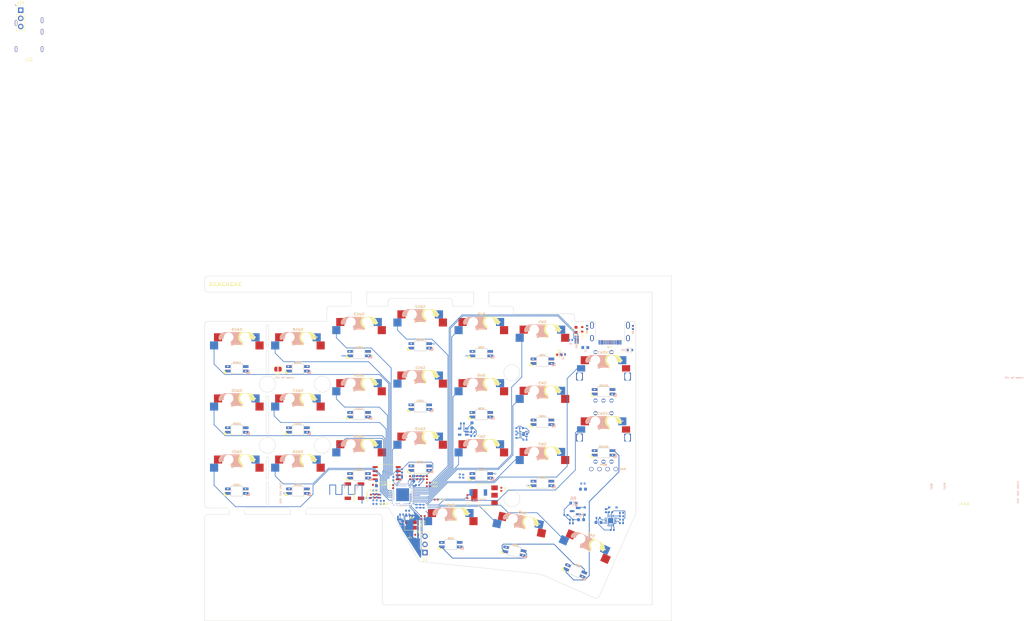
<source format=kicad_pcb>
(kicad_pcb (version 20240108) (generator "pcbnew") (generator_version "8.0")
  (title_block (title "Corne") (date "2023-10-22") (rev "4.0.0") (company "foostan"))
  (layers (0 "F.Cu" signal) (1 "In1.Cu" power "power") (2 "In2.Cu" power "gnd") (31 "B.Cu" signal) (34 "B.Paste" user) (35 "F.Paste" user) (36 "B.SilkS" user "B.Silkscreen") (37 "F.SilkS" user "F.Silkscreen") (38 "B.Mask" user) (39 "F.Mask" user) (44 "Edge.Cuts" user))
  (net 0 "")
  (net 1 "+5V")
  (net 2 "GND")
  (net 3 "Net-(EXLED1-DOUT)")
  (net 4 "Net-(EXLED1-DIN)")
  (net 5 "Net-(EXLED2-DIN)")
  (net 6 "VBUS")
  (net 7 "Net-(J1-CC1)")
  (net 9 "Net-(J1-CC2)")
  (net 11 "Net-(LED1-DIN)")
  (net 12 "Net-(LED2-DOUT)")
  (net 13 "Net-(LED2-DIN)")
  (net 14 "Net-(LED3-DIN)")
  (net 15 "Net-(LED10-DIN)")
  (net 16 "Net-(LED10-DOUT)")
  (net 17 "Net-(LED5-DIN)")
  (net 18 "Net-(LED12-DIN)")
  (net 19 "Net-(LED16-DOUT)")
  (net 20 "Net-(LED6-DIN)")
  (net 21 "/left/RE0A")
  (net 22 "/left/KEYEX1")
  (net 23 "/left/RE1A")
  (net 24 "/left/KEYEX2")
  (net 25 "/left/D+")
  (net 26 "/left/D-")
  (net 27 "Net-(LED8-DIN)")
  (net 28 "/left/LED")
  (net 29 "/left/KEY1")
  (net 30 "/left/KEY2")
  (net 31 "/left/KEY3")
  (net 32 "/left/KEY4")
  (net 33 "/left/KEY5")
  (net 34 "/left/KEY6")
  (net 35 "/left/KEY7")
  (net 36 "/left/KEY8")
  (net 37 "/left/KEY9")
  (net 38 "/left/KEY10")
  (net 39 "/left/KEY11")
  (net 40 "/left/KEY12")
  (net 41 "/left/KEY13")
  (net 42 "/left/KEY14")
  (net 43 "/left/KEY15")
  (net 44 "/left/KEY16")
  (net 45 "/left/KEY17")
  (net 46 "/left/KEY18")
  (net 47 "/left/KEY19")
  (net 48 "/left/KEY20")
  (net 49 "/left/KEY21")
  (net 50 "Net-(LED11-DIN)")
  (net 51 "Net-(LED13-DIN)")
  (net 52 "Net-(LED14-DIN)")
  (net 53 "Net-(LED16-DIN)")
  (net 54 "Net-(LED17-DIN)")
  (net 55 "Net-(LED19-DIN)")
  (net 57 "Net-(LED13-DOUT)")
  (net 58 "Net-(LED20-DIN)")
  (net 59 "Net-(rEXLED2-DOUT)")
  (net 60 "VBUSR")
  (net 61 "Net-(rJ1-CC1)")
  (net 62 "/right/D+")
  (net 63 "/right/D-")
  (net 65 "Net-(rJ1-CC2)")
  (net 67 "Net-(rU1-XIN)")
  (net 68 "GNDR")
  (net 69 "Net-(rC2-Pad1)")
  (net 70 "+1V1R")
  (net 71 "+5VR")
  (net 72 "+3V3R")
  (net 73 "Net-(rD1-K)")
  (net 74 "Net-(rEXLED1-DOUT)")
  (net 75 "Net-(rEXLED1-DIN)")
  (net 77 "/right/RE0A")
  (net 78 "/right/REB")
  (net 79 "/right/KEYEX1")
  (net 80 "/right/RE1A")
  (net 81 "/right/KEYEX2")
  (net 82 "/right/TX")
  (net 83 "/right/RX")
  (net 84 "/right/SWCLK")
  (net 85 "/right/SWD")
  (net 86 "Net-(rLED1-DOUT)")
  (net 87 "/right/LED")
  (net 88 "Net-(rLED2-DOUT)")
  (net 89 "Net-(rLED3-DOUT)")
  (net 90 "Net-(rLED4-DOUT)")
  (net 91 "Net-(rLED5-DOUT)")
  (net 92 "Net-(rLED6-DOUT)")
  (net 93 "Net-(rLED7-DOUT)")
  (net 94 "Net-(rLED8-DOUT)")
  (net 95 "Net-(rLED10-DIN)")
  (net 96 "Net-(rLED10-DOUT)")
  (net 97 "Net-(rLED11-DOUT)")
  (net 98 "Net-(rLED12-DOUT)")
  (net 99 "Net-(rLED13-DOUT)")
  (net 100 "Net-(rLED14-DOUT)")
  (net 101 "Net-(rLED15-DOUT)")
  (net 104 "Net-(rJP1-A)")
  (net 107 "Net-(rU1-XOUT)")
  (net 108 "Net-(rU1-USB_DP)")
  (net 109 "Net-(rU1-USB_DM)")
  (net 110 "/right/QSPI_SS")
  (net 111 "Net-(rR6-Pad2)")
  (net 112 "Net-(rU1-RUN)")
  (net 113 "/right/KEY1")
  (net 114 "/right/KEY2")
  (net 115 "/right/KEY3")
  (net 116 "/right/KEY4")
  (net 117 "/right/KEY5")
  (net 118 "/right/KEY6")
  (net 119 "/right/KEY7")
  (net 120 "/right/KEY8")
  (net 121 "/right/KEY9")
  (net 122 "/right/KEY10")
  (net 123 "/right/KEY11")
  (net 124 "/right/KEY12")
  (net 125 "/right/KEY13")
  (net 126 "/right/KEY14")
  (net 127 "/right/KEY15")
  (net 128 "/right/KEY16")
  (net 129 "/right/KEY17")
  (net 130 "/right/KEY18")
  (net 131 "/right/KEY19")
  (net 132 "/right/KEY20")
  (net 133 "/right/KEY21")
  (net 134 "/right/QSPI_SD3")
  (net 135 "/right/QSPI_SCLK")
  (net 136 "/right/QSPI_SD0")
  (net 137 "/right/QSPI_SD2")
  (net 138 "/right/QSPI_SD1")
  (net 139 "/left/ANT")
  (net 140 "Net-(U1-XC1)")
  (net 141 "Net-(U1-XC2)")
  (net 142 "Net-(U1-DEC1)")
  (net 143 "Net-(U1-DEC3)")
  (net 144 "Net-(U1-DEC5)")
  (net 145 "Net-(U1-DECUSB)")
  (net 146 "Net-(U1-DEC4)")
  (net 147 "Net-(C13-Pad2)")
  (net 148 "VSS_PA")
  (net 149 "Net-(U1-ANT)")
  (net 150 "Net-(U1-XL1{slash}P0.00)")
  (net 151 "VBAT")
  (net 152 "Net-(U1-XL2{slash}P0.01)")
  (net 153 "VDDH")
  (net 154 "PPH_VCC")
  (net 155 "Net-(U7-IN)")
  (net 156 "VDD_NRF")
  (net 157 "EXT_5V")
  (net 158 "Net-(D3-K)")
  (net 159 "Net-(D3-A)")
  (net 160 "Net-(D4-K)")
  (net 161 "BLUE_LED")
  (net 162 "Net-(D5-A)")
  (net 163 "Net-(L1-Pad2)")
  (net 164 "Net-(U1-DCC)")
  (net 165 "Net-(U1-DCCH)")
  (net 166 "PPH_VCC_CTRL")
  (net 167 "BAT_I2C_SCL")
  (net 168 "BAT_I2C_SDA")
  (net 169 "CHARGE_CTRL_1")
  (net 170 "Net-(U7-ISET)")
  (net 171 "CHARGE_CTRL_2")
  (net 172 "Net-(U7-TS)")
  (net 188 "BATT")
  (net 195 "Net-(D1-K)")
  (net 196 "Net-(U1-P0.18{slash}~{RESET})")
  (net 197 "/left/SWC")
  (net 198 "/left/SWD")
  (net 203 "/left/CS")
  (footprint "kbd_local:Breakaway_Tabs" (layer "F.Cu") (at 69.17 157.16125)
    (property "Reference" "BT3")
    (property "Value" "Breakaway Tabs")
  )
  (footprint "Capacitor_SMD:C_0402_1005Metric" (layer "F.Cu") (at 123.095 165.265)
    (property "Reference" "rC1")
    (property "Value" "27p")
  )
  (footprint "Capacitor_SMD:C_0402_1005Metric" (layer "F.Cu") (at 126.625 159.945 -90)
    (property "Reference" "rC7")
    (property "Value" "100n")
  )
  (footprint "kbd:keyswitch_cherrymx_hotswap_1u" (layer "F.Cu") (at 88.22 127.88625)
    (property "Reference" "rSW17")
    (property "Value" "SW_Push" (hide yes))
  )
  (footprint "kbd_local:YS-SK6812MINI-E" (layer "F.Cu") (at 88.22 151.69875)
    (property "Reference" "rLED16")
    (property "Value" "YS-SK6812MINI-E" (hide yes))
    (fp_line (start -1.8 -1.55) (end 1.8 -1.55) (stroke (width 0.1)) (layer "Edge.Cuts"))
    (fp_line (start -1.8 1.55) (end -1.8 -1.55) (stroke (width 0.1)) (layer "Edge.Cuts"))
    (fp_line (start 1.8 -1.55) (end 1.8 1.55) (stroke (width 0.1)) (layer "Edge.Cuts"))
    (fp_line (start 1.8 1.55) (end -1.8 1.55) (stroke (width 0.1)) (layer "Edge.Cuts"))
  )
  (footprint "Resistor_SMD:R_0402_1005Metric" (layer "F.Cu") (at 123.55 159.28625 180)
    (property "Reference" "rR3")
    (property "Value" "1k")
  )
  (footprint "Capacitor_SMD:C_0402_1005Metric" (layer "F.Cu") (at 113.244994 153.25875 90)
    (property "Reference" "rC9")
    (property "Value" "100n")
  )
  (footprint "Capacitor_SMD:C_0402_1005Metric" (layer "F.Cu") (at 117.88 150.29625 90)
    (property "Reference" "rC14")
    (property "Value" "100n")
  )
  (footprint "footprints:net-tie-2-tiny" (layer "F.Cu") (at 0.25 0.25)
    (property "Reference" "NT1")
    (property "Value" "NetTie_2")
  )
  (footprint "kbd:keyswitch_cherrymx_hotswap_1u" (layer "F.Cu") (at 107.27 142.17375)
    (property "Reference" "rSW15")
    (property "Value" "SW_Push" (hide yes))
  )
  (footprint "kbd_local:Breakaway_Tabs" (layer "F.Cu") (at 145.37 93.84875)
    (property "Reference" "BT2")
    (property "Value" "Breakaway Tabs")
  )
  (footprint "Capacitor_SMD:C_0402_1005Metric" (layer "F.Cu") (at 127.705 159.945 -90)
    (property "Reference" "rC3")
    (property "Value" "100n")
  )
  (footprint "kbd:keyswitch_cherrymx_hotswap_1u" (layer "F.Cu") (at 135.845 163.605)
    (property "Reference" "rSW9")
    (property "Value" "SW_Push" (hide yes))
  )
  (footprint "kbd_local:keyswitch_cherrymx_hotswap_1u_rotary_encoder_ec12" (layer "F.Cu") (at 183.47 135.03)
    (property "Reference" "rEXSW2")
    (property "Value" "RotaryEncoder_Switch" (hide yes))
  )
  (footprint "Capacitor_SMD:C_0402_1005Metric" (layer "F.Cu") (at 128.415 147.525 90)
    (property "Reference" "rC8")
    (property "Value" "1u")
  )
  (footprint "kbd:keyswitch_cherrymx_hotswap_1u" (layer "F.Cu") (at 126.32 139.7925)
    (property "Reference" "rSW10")
    (property "Value" "SW_Push" (hide yes))
  )
  (footprint "kbd_local:YS-SK6812MINI-E" (layer "F.Cu") (at 164.420002 111.2175)
    (property "Reference" "rLED4")
    (property "Value" "YS-SK6812MINI-E" (hide yes))
    (fp_line (start -1.8 -1.55) (end 1.8 -1.55) (stroke (width 0.1)) (layer "Edge.Cuts"))
    (fp_line (start -1.8 1.55) (end -1.8 -1.55) (stroke (width 0.1)) (layer "Edge.Cuts"))
    (fp_line (start 1.8 -1.55) (end 1.8 1.55) (stroke (width 0.1)) (layer "Edge.Cuts"))
    (fp_line (start 1.8 1.55) (end -1.8 1.55) (stroke (width 0.1)) (layer "Edge.Cuts"))
  )
  (footprint "kbd_local:TYPE-C-31-M-13C" (layer "F.Cu") (at 185.470002 100.01625 180)
    (property "Reference" "rJ1")
    (property "Value" "TYPE-C-31-M-13C")
  )
  (footprint "kbd_local:YS-SK6812MINI-E" (layer "F.Cu") (at 145.37 127.88625)
    (property "Reference" "rLED6")
    (property "Value" "YS-SK6812MINI-E" (hide yes))
    (fp_line (start -1.8 -1.55) (end 1.8 -1.55) (stroke (width 0.1)) (layer "Edge.Cuts"))
    (fp_line (start -1.8 1.55) (end -1.8 -1.55) (stroke (width 0.1)) (layer "Edge.Cuts"))
    (fp_line (start 1.8 -1.55) (end 1.8 1.55) (stroke (width 0.1)) (layer "Edge.Cuts"))
    (fp_line (start 1.8 1.55) (end -1.8 1.55) (stroke (width 0.1)) (layer "Edge.Cuts"))
  )
  (footprint "kbd:keyswitch_cherrymx_hotswap_1u" (layer "F.Cu") (at 126.32 120.7425)
    (property "Reference" "rSW11")
    (property "Value" "SW_Push" (hide yes))
  )
  (footprint "kbd_local:YS-SK6812MINI-E" (layer "F.Cu") (at 164.420002 149.3175)
    (property "Reference" "rLED2")
    (property "Value" "YS-SK6812MINI-E" (hide yes))
    (fp_line (start -1.8 -1.55) (end 1.8 -1.55) (stroke (width 0.1)) (layer "Edge.Cuts"))
    (fp_line (start -1.8 1.55) (end -1.8 -1.55) (stroke (width 0.1)) (layer "Edge.Cuts"))
    (fp_line (start 1.8 -1.55) (end 1.8 1.55) (stroke (width 0.1)) (layer "Edge.Cuts"))
    (fp_line (start 1.8 1.55) (end -1.8 1.55) (stroke (width 0.1)) (layer "Edge.Cuts"))
  )
  (footprint "kbd:keyswitch_cherrymx_hotswap_1u" (layer "F.Cu") (at 88.22 146.93625)
    (property "Reference" "rSW16")
    (property "Value" "SW_Push" (hide yes))
  )
  (footprint "kbd:keyswitch_cherrymx_hotswap_1u" (layer "F.Cu") (at 88.22 108.83625)
    (property "Reference" "rSW18")
    (property "Value" "SW_Push" (hide yes))
  )
  (footprint "kbd:keyswitch_cherrymx_hotswap_1u" (layer "F.Cu") (at 69.17 108.83625)
    (property "Reference" "rSW19")
    (property "Value" "SW_Push" (hide yes))
  )
  (footprint "kbd_local:YS-SK6812MINI-E" (layer "F.Cu") (at 69.17 132.64875)
    (property "Reference" "rLED20")
    (property "Value" "YS-SK6812MINI-E" (hide yes))
    (fp_line (start -1.8 -1.55) (end 1.8 -1.55) (stroke (width 0.1)) (layer "Edge.Cuts"))
    (fp_line (start -1.8 1.55) (end -1.8 -1.55) (stroke (width 0.1)) (layer "Edge.Cuts"))
    (fp_line (start 1.8 -1.55) (end 1.8 1.55) (stroke (width 0.1)) (layer "Edge.Cuts"))
    (fp_line (start 1.8 1.55) (end -1.8 1.55) (stroke (width 0.1)) (layer "Edge.Cuts"))
  )
  (footprint "kbd_local:YS-SK6812MINI-E" (layer "F.Cu") (at 107.27 146.93625)
    (property "Reference" "rLED15")
    (property "Value" "YS-SK6812MINI-E" (hide yes))
    (fp_line (start -1.8 -1.55) (end 1.8 -1.55) (stroke (width 0.1)) (layer "Edge.Cuts"))
    (fp_line (start -1.8 1.55) (end -1.8 -1.55) (stroke (width 0.1)) (layer "Edge.Cuts"))
    (fp_line (start 1.8 -1.55) (end 1.8 1.55) (stroke (width 0.1)) (layer "Edge.Cuts"))
    (fp_line (start 1.8 1.55) (end -1.8 1.55) (stroke (width 0.1)) (layer "Edge.Cuts"))
  )
  (footprint "Resistor_SMD:R_0402_1005Metric" (layer "F.Cu") (at 178.335 100.685 -90)
    (property "Reference" "rR2")
    (property "Value" "5.1k")
  )
  (footprint "kbd:keyswitch_cherrymx_hotswap_1u" (layer "F.Cu") (at 164.42 106.455)
    (property "Reference" "rSW4")
    (property "Value" "SW_Push" (hide yes))
  )
  (footprint "kbd_local:YS-SK6812MINI-E" (layer "F.Cu") (at 183.470002 120.7425)
    (property "Reference" "rEXLED1")
    (property "Value" "YS-SK6812MINI-E" (hide yes))
    (fp_line (start -1.8 -1.55) (end 1.8 -1.55) (stroke (width 0.1)) (layer "Edge.Cuts"))
    (fp_line (start -1.8 1.55) (end -1.8 -1.55) (stroke (width 0.1)) (layer "Edge.Cuts"))
    (fp_line (start 1.8 -1.55) (end 1.8 1.55) (stroke (width 0.1)) (layer "Edge.Cuts"))
    (fp_line (start 1.8 1.55) (end -1.8 1.55) (stroke (width 0.1)) (layer "Edge.Cuts"))
  )
  (footprint "kbd:keyswitch_cherrymx_hotswap_1u" (layer "F.Cu") (at 145.37 123.12375)
    (property "Reference" "rSW6")
    (property "Value" "SW_Push" (hide yes))
  )
  (footprint "kbd_local:TS-1088R-02026" (layer "F.Cu") (at 103.765 151.705 -90)
    (property "Reference" "rSMDSW2")
    (property "Value" "TS-1088R-02026")
  )
  (footprint "Diode_SMD:D_SOD-523" (layer "F.Cu") (at 169.704994 109.19875)
    (property "Reference" "rD1")
    (property "Value" "1N4148WT")
  )
  (footprint "kbd_local:YS-SK6812MINI-E" (layer "F.Cu") (at 88.22 132.64875)
    (property "Reference" "rLED17")
    (property "Value" "YS-SK6812MINI-E" (hide yes))
    (fp_line (start -1.8 -1.55) (end 1.8 -1.55) (stroke (width 0.1)) (layer "Edge.Cuts"))
    (fp_line (start -1.8 1.55) (end -1.8 -1.55) (stroke (width 0.1)) (layer "Edge.Cuts"))
    (fp_line (start 1.8 -1.55) (end 1.8 1.55) (stroke (width 0.1)) (layer "Edge.Cuts"))
    (fp_line (start 1.8 1.55) (end -1.8 1.55) (stroke (width 0.1)) (layer "Edge.Cuts"))
  )
  (footprint "Package_SON:USON-10_2.5x1.0mm_P0.5mm" (layer "F.Cu") (at 175.105002 104.46995)
    (property "Reference" "rU3")
    (property "Value" "TPD4E05U06DQAR")
  )
  (footprint "kbd_local:YS-SK6812MINI-E" (layer "F.Cu") (at 69.17 113.59875)
    (property "Reference" "rLED19")
    (property "Value" "YS-SK6812MINI-E" (hide yes))
    (fp_line (start -1.8 -1.55) (end 1.8 -1.55) (stroke (width 0.1)) (layer "Edge.Cuts"))
    (fp_line (start -1.8 1.55) (end -1.8 -1.55) (stroke (width 0.1)) (layer "Edge.Cuts"))
    (fp_line (start 1.8 -1.55) (end 1.8 1.55) (stroke (width 0.1)) (layer "Edge.Cuts"))
    (fp_line (start 1.8 1.55) (end -1.8 1.55) (stroke (width 0.1)) (layer "Edge.Cuts"))
  )
  (footprint "Capacitor_SMD:C_0402_1005Metric" (layer "F.Cu") (at 141.055 153.435 -90)
    (property "Reference" "rC11")
    (property "Value" "10u")
  )
  (footprint "kbd_local:Breakaway_Tabs" (layer "F.Cu") (at 88.22 157.16125)
    (property "Reference" "BT4")
    (property "Value" "Breakaway Tabs")
  )
  (footprint "Crystal:Crystal_SMD_3225-4Pin_3.2x2.5mm" (layer "F.Cu") (at 123.455 162.245)
    (property "Reference" "rY1")
    (property "Value" "12MHz 18pF")
  )
  (footprint "kbd_local:YS-SK6812MINI-E" (layer "F.Cu") (at 145.37 108.83625)
    (property "Reference" "rLED5")
    (property "Value" "YS-SK6812MINI-E" (hide yes))
    (fp_line (start -1.8 -1.55) (end 1.8 -1.55) (stroke (width 0.1)) (layer "Edge.Cuts"))
    (fp_line (start -1.8 1.55) (end -1.8 -1.55) (stroke (width 0.1)) (layer "Edge.Cuts"))
    (fp_line (start 1.8 -1.55) (end 1.8 1.55) (stroke (width 0.1)) (layer "Edge.Cuts"))
    (fp_line (start 1.8 1.55) (end -1.8 1.55) (stroke (width 0.1)) (layer "Edge.Cuts"))
  )
  (footprint "Capacitor_SMD:C_0402_1005Metric" (layer "F.Cu") (at 124.185 147.525 90)
    (property "Reference" "rC15")
    (property "Value" "100n")
  )
  (footprint "kbd:keyswitch_cherrymx_hotswap_1u" (layer "F.Cu") (at 164.42 125.505)
    (property "Reference" "rSW3")
    (property "Value" "SW_Push" (hide yes))
  )
  (footprint "kbd_local:keyswitch_cherrymx_hotswap_1u" (layer "F.Cu") (at 176.573398 172.217521 -23.88)
    (property "Reference" "rSW1")
    (property "Value" "SW_Push" (hide yes))
  )
  (footprint "kbd_local:YS-SK6812MINI-E" (layer "F.Cu") (at 155.674228 170.441139 -11.94)
    (property "Reference" "rLED8")
    (property "Value" "YS-SK6812MINI-E" (hide yes))
    (fp_line (start -1.8 1.55) (end -1.8 -1.55) (stroke (width 0.1)) (layer "Edge.Cuts"))
    (fp_line (start -1.8 -1.55) (end 1.8 -1.55) (stroke (width 0.1)) (layer "Edge.Cuts"))
    (fp_line (start 1.8 1.55) (end -1.8 1.55) (stroke (width 0.1)) (layer "Edge.Cuts"))
    (fp_line (start 1.8 -1.55) (end 1.8 1.55) (stroke (width 0.1)) (layer "Edge.Cuts"))
  )
  (footprint "kbd_local:YS-SK6812MINI-E" (layer "F.Cu") (at 107.27 108.83625)
    (property "Reference" "rLED13")
    (property "Value" "YS-SK6812MINI-E" (hide yes))
    (fp_line (start -1.8 -1.55) (end 1.8 -1.55) (stroke (width 0.1)) (layer "Edge.Cuts"))
    (fp_line (start -1.8 1.55) (end -1.8 -1.55) (stroke (width 0.1)) (layer "Edge.Cuts"))
    (fp_line (start 1.8 -1.55) (end 1.8 1.55) (stroke (width 0.1)) (layer "Edge.Cuts"))
    (fp_line (start 1.8 1.55) (end -1.8 1.55) (stroke (width 0.1)) (layer "Edge.Cuts"))
  )
  (footprint "Capacitor_SMD:C_0402_1005Metric" (layer "F.Cu") (at 127.375 147.525 90)
    (property "Reference" "rC5")
    (property "Value" "1u")
  )
  (footprint "Capacitor_SMD:C_0402_1005Metric" (layer "F.Cu") (at 123.165 147.525 90)
    (property "Reference" "rC4")
    (property "Value" "100n")
  )
  (footprint "kbd_local:ST-0277D00-052-142" (layer "F.Cu") (at 4.425 2.55)
    (property "Reference" "rJ2")
    (property "Value" "ST-0277D00-052-142")
  )
  (footprint "Connector_PinHeader_2.54mm:PinHeader_1x03_P2.54mm_Vertical" (layer "F.Cu") (at 1.825 1.825)
    (property "Reference" "rJ4")
    (property "Value" "Conn_01x03")
  )
  (footprint "kbd:keyswitch_cherrymx_hotswap_1u" (layer "F.Cu") (at 107.27 104.07375)
    (property "Reference" "rSW13")
    (property "Value" "SW_Push" (hide yes))
  )
  (footprint "Resistor_SMD:R_0402_1005Metric" (layer "F.Cu") (at 112.124994 153.26875 -90)
    (property "Reference" "rR7")
    (property "Value" "10k")
  )
  (footprint "kbd_local:YS-SK6812MINI-E" (layer "F.Cu") (at 107.27 127.88625)
    (property "Reference" "rLED14")
    (property "Value" "YS-SK6812MINI-E" (hide yes))
    (fp_line (start -1.8 -1.55) (end 1.8 -1.55) (stroke (width 0.1)) (layer "Edge.Cuts"))
    (fp_line (start -1.8 1.55) (end -1.8 -1.55) (stroke (width 0.1)) (layer "Edge.Cuts"))
    (fp_line (start 1.8 -1.55) (end 1.8 1.55) (stroke (width 0.1)) (layer "Edge.Cuts"))
    (fp_line (start 1.8 1.55) (end -1.8 1.55) (stroke (width 0.1)) (layer "Edge.Cuts"))
  )
  (footprint "Fuse:Fuse_0603_1608Metric" (layer "F.Cu") (at 174.884994 101.44875 90)
    (property "Reference" "rF1")
    (property "Value" "BSMD0603-050-12V")
  )
  (footprint "kbd_local:YS-SK6812MINI-E" (layer "F.Cu") (at 135.845 168.3675)
    (property "Reference" "rLED9")
    (property "Value" "YS-SK6812MINI-E" (hide yes))
    (fp_line (start -1.8 -1.55) (end 1.8 -1.55) (stroke (width 0.1)) (layer "Edge.Cuts"))
    (fp_line (start -1.8 1.55) (end -1.8 -1.55) (stroke (width 0.1)) (layer "Edge.Cuts"))
    (fp_line (start 1.8 -1.55) (end 1.8 1.55) (stroke (width 0.1)) (layer "Edge.Cuts"))
    (fp_line (start 1.8 1.55) (end -1.8 1.55) (stroke (width 0.1)) (layer "Edge.Cuts"))
  )
  (footprint "Capacitor_SMD:C_0402_1005Metric" (layer "F.Cu") (at 131.274994 154.35875)
    (property "Reference" "rC10")
    (property "Value" "100n")
  )
  (footprint "Package_SO:SOIC-8_5.23x5.23mm_P1.27mm" (layer "F.Cu") (at 115.885 146.115 180)
    (property "Reference" "rU4")
    (property "Value" "W25Q128JVSIQ")
  )
  (footprint "Resistor_SMD:R_0402_1005Metric" (layer "F.Cu") (at 110.964994 153.29875 -90)
    (property "Reference" "rR6")
    (property "Value" "1k")
  )
  (footprint "kbd:keyswitch_cherrymx_hotswap_1u" (layer "F.Cu") (at 164.42 144.555)
    (property "Reference" "rSW2")
    (property "Value" "SW_Push" (hide yes))
  )
  (footprint "Capacitor_SMD:C_0402_1005Metric" (layer "F.Cu") (at 112.085 149.755)
    (property "Reference" "rC16")
    (property "Value" "1u")
  )
  (footprint "Jumper:SolderJumper-2_P1.3mm_Open_RoundedPad1.0x1.5mm" (layer "F.Cu") (at 82.000002 113.69495 180)
    (property "Reference" "rJP1")
    (property "Value" "SolderJumper_2_Bridged")
  )
  (footprint "Diode_SMD:D_SOD-523" (layer "F.Cu") (at 176.814994 101.27875 90)
    (property "Reference" "rZD1")
    (property "Value" "ESD5Z5V0C")
  )
  (footprint "kbd:keyswitch_cherrymx_hotswap_1u" (layer "F.Cu") (at 156.659526 165.781677 -11.94)
    (property "Reference" "rSW8")
    (property "Value" "SW_Push" (hide yes))
  )
  (footprint "kbd_local:TS-1088R-02026" (layer "F.Cu") (at 107.895 151.705 -90)
    (property "Reference" "rSMDSW1")
    (property "Value" "TS-1088R-02026")
  )
  (footprint "Resistor_SMD:R_0402_1005Metric" (layer "F.Cu") (at 126.315 147.525 90)
    (property "Reference" "rR5")
    (property "Value" "27")
  )
  (footprint "kbd_local:YS-SK6812MINI-E" (layer "F.Cu") (at 126.32 144.555)
    (property "Reference" "rLED10")
    (property "Value" "YS-SK6812MINI-E" (hide yes))
    (fp_line (start -1.8 -1.55) (end 1.8 -1.55) (stroke (width 0.1)) (layer "Edge.Cuts"))
    (fp_line (start -1.8 1.55) (end -1.8 -1.55) (stroke (width 0.1)) (layer "Edge.Cuts"))
    (fp_line (start 1.8 -1.55) (end 1.8 1.55) (stroke (width 0.1)) (layer "Edge.Cuts"))
    (fp_line (start 1.8 1.55) (end -1.8 1.55) (stroke (width 0.1)) (layer "Edge.Cuts"))
  )
  (footprint "kbd_local:YS-SK6812MINI-E" (layer "F.Cu") (at 126.32 106.455)
    (property "Reference" "rLED12")
    (property "Value" "YS-SK6812MINI-E" (hide yes))
    (fp_line (start -1.8 -1.55) (end 1.8 -1.55) (stroke (width 0.1)) (layer "Edge.Cuts"))
    (fp_line (start -1.8 1.55) (end -1.8 -1.55) (stroke (width 0.1)) (layer "Edge.Cuts"))
    (fp_line (start 1.8 -1.55) (end 1.8 1.55) (stroke (width 0.1)) (layer "Edge.Cuts"))
    (fp_line (start 1.8 1.55) (end -1.8 1.55) (stroke (width 0.1)) (layer "Edge.Cuts"))
  )
  (footprint "kbd:keyswitch_cherrymx_hotswap_1u" (layer "F.Cu") (at 69.17 146.93625)
    (property "Reference" "rSW21")
    (property "Value" "SW_Push" (hide yes))
  )
  (footprint "kbd_local:YS-SK6812MINI-E" (layer "F.Cu") (at 126.32 125.505)
    (property "Reference" "rLED11")
    (property "Value" "YS-SK6812MINI-E" (hide yes))
    (fp_line (start -1.8 -1.55) (end 1.8 -1.55) (stroke (width 0.1)) (layer "Edge.Cuts"))
    (fp_line (start -1.8 1.55) (end -1.8 -1.55) (stroke (width 0.1)) (layer "Edge.Cuts"))
    (fp_line (start 1.8 -1.55) (end 1.8 1.55) (stroke (width 0.1)) (layer "Edge.Cuts"))
    (fp_line (start 1.8 1.55) (end -1.8 1.55) (stroke (width 0.1)) (layer "Edge.Cuts"))
  )
  (footprint "kbd:keyswitch_cherrymx_hotswap_1u" (layer "F.Cu") (at 126.32 101.6925)
    (property "Reference" "rSW12")
    (property "Value" "SW_Push" (hide yes))
  )
  (footprint "kbd_local:YS-SK6812MINI-E" (layer "F.Cu") (at 69.17 151.69875)
    (property "Reference" "rLED21")
    (property "Value" "YS-SK6812MINI-E" (hide yes))
    (fp_line (start -1.8 -1.55) (end 1.8 -1.55) (stroke (width 0.1)) (layer "Edge.Cuts"))
    (fp_line (start -1.8 1.55) (end -1.8 -1.55) (stroke (width 0.1)) (layer "Edge.Cuts"))
    (fp_line (start 1.8 -1.55) (end 1.8 1.55) (stroke (width 0.1)) (layer "Edge.Cuts"))
    (fp_line (start 1.8 1.55) (end -1.8 1.55) (stroke (width 0.1)) (layer "Edge.Cuts"))
  )
  (footprint "Capacitor_SMD:C_0402_1005Metric" (layer "F.Cu") (at 128.875 149.085)
    (property "Reference" "rC13")
    (property "Value" "100n")
  )
  (footprint "kbd_local:YS-SK6812MINI-E" (layer "F.Cu") (at 164.420002 130.2675)
    (property "Reference" "rLED3")
    (property "Value" "YS-SK6812MINI-E" (hide yes))
    (fp_line (start -1.8 -1.55) (end 1.8 -1.55) (stroke (width 0.1)) (layer "Edge.Cuts"))
    (fp_line (start -1.8 1.55) (end -1.8 -1.55) (stroke (width 0.1)) (layer "Edge.Cuts"))
    (fp_line (start 1.8 -1.55) (end 1.8 1.55) (stroke (width 0.1)) (layer "Edge.Cuts"))
    (fp_line (start 1.8 1.55) (end -1.8 1.55) (stroke (width 0.1)) (layer "Edge.Cuts"))
  )
  (footprint "kbd_local:YS-SK6812MINI-E" (layer "F.Cu") (at 183.470002 139.7925)
    (property "Reference" "rEXLED2")
    (property "Value" "YS-SK6812MINI-E" (hide yes))
    (fp_line (start -1.8 -1.55) (end 1.8 -1.55) (stroke (width 0.1)) (layer "Edge.Cuts"))
    (fp_line (start -1.8 1.55) (end -1.8 -1.55) (stroke (width 0.1)) (layer "Edge.Cuts"))
    (fp_line (start 1.8 -1.55) (end 1.8 1.55) (stroke (width 0.1)) (layer "Edge.Cuts"))
    (fp_line (start 1.8 1.55) (end -1.8 1.55) (stroke (width 0.1)) (layer "Edge.Cuts"))
  )
  (footprint "kbd:keyswitch_cherrymx_hotswap_1u" (layer "F.Cu") (at 69.17 127.88625)
    (property "Reference" "rSW20")
    (property "Value" "SW_Push" (hide yes))
  )
  (footprint "kbd:keyswitch_cherrymx_hotswap_1u" (layer "F.Cu") (at 107.27 123.12375)
    (property "Reference" "rSW14")
    (property "Value" "SW_Push" (hide yes))
  )
  (footprint "Package_TO_SOT_SMD:SOT-223-3_TabPin2" (layer "F.Cu") (at 146.345 152.975 180)
    (property "Reference" "rU2")
    (property "Value" "NCP1117LPST33T3G")
  )
  (footprint "kbd:keyswitch_cherrymx_hotswap_1u" (layer "F.Cu") (at 145.37 104.07375)
    (property "Reference" "rSW5")
    (property "Value" "SW_Push" (hide yes))
  )
  (footprint "Capacitor_SMD:C_0402_1005Metric" (layer "F.Cu") (at 151.625 151.135 -90)
    (property "Reference" "rC6")
    (property "Value" "10u")
  )
  (footprint "kbd_local:Breakaway_Tabs" (layer "F.Cu") (at 107.27 93.84875)
    (property "Reference" "BT1")
    (property "Value" "Breakaway Tabs")
  )
  (footprint "kbd_local:OLED" (layer "F.Cu") (at 183.47 144.82625)
    (property "Reference" "J3")
    (property "Value" "Conn_01x04" (hide yes))
  )
  (footprint "Connector_PinHeader_2.54mm:PinHeader_1x03_P2.54mm_Vertical" (layer "F.Cu") (at 127.815 170.85125 180)
    (property "Reference" "J4")
    (property "Value" "Conn_01x03")
  )
  (footprint "Resistor_SMD:R_0402_1005Metric" (layer "F.Cu") (at 125.245 147.525 -90)
    (property "Reference" "rR4")
    (property "Value" "27")
  )
  (footprint "Capacitor_SMD:C_0402_1005Metric" (layer "F.Cu") (at 125.255 165.305 180)
    (property "Reference" "rC2")
    (property "Value" "27p")
  )
  (footprint "kbd_local:YS-SK6812MINI-E" (layer "F.Cu") (at 174.645431 176.57233 -23.88)
    (property "Reference" "rLED1")
    (property "Value" "YS-SK6812MINI-E" (hide yes))
    (fp_line (start -1.8 1.55) (end -1.8 -1.55) (stroke (width 0.1)) (layer "Edge.Cuts"))
    (fp_line (start -1.8 -1.55) (end 1.8 -1.55) (stroke (width 0.1)) (layer "Edge.Cuts"))
    (fp_line (start 1.8 1.55) (end -1.8 1.55) (stroke (width 0.1)) (layer "Edge.Cuts"))
    (fp_line (start 1.8 -1.55) (end 1.8 1.55) (stroke (width 0.1)) (layer "Edge.Cuts"))
  )
  (footprint "Capacitor_SMD:C_0402_1005Metric" (layer "F.Cu") (at 128.875 150.185)
    (property "Reference" "rC12")
    (property "Value" "100n")
  )
  (footprint "kbd_local:YS-SK6812MINI-E" (layer "F.Cu") (at 145.37 146.93625)
    (property "Reference" "rLED7")
    (property "Value" "YS-SK6812MINI-E" (hide yes))
    (fp_line (start -1.8 -1.55) (end 1.8 -1.55) (stroke (width 0.1)) (layer "Edge.Cuts"))
    (fp_line (start -1.8 1.55) (end -1.8 -1.55) (stroke (width 0.1)) (layer "Edge.Cuts"))
    (fp_line (start 1.8 -1.55) (end 1.8 1.55) (stroke (width 0.1)) (layer "Edge.Cuts"))
    (fp_line (start 1.8 1.55) (end -1.8 1.55) (stroke (width 0.1)) (layer "Edge.Cuts"))
  )
  (footprint "Resistor_SMD:R_0402_1005Metric" (layer "F.Cu") (at 192.635 100.705 -90)
    (property "Reference" "rR1")
    (property "Value" "5.1k")
  )
  (footprint "kbd_local:keyswitch_cherrymx_hotswap_1u_rotary_encoder_ec12" (layer "F.Cu") (at 183.47 115.98)
    (property "Reference" "rEXSW1")
    (property "Value" "RotaryEncoder_Switch" (hide yes))
  )
  (footprint "kbd_local:YS-SK6812MINI-E" (layer "F.Cu") (at 88.22 113.59875)
    (property "Reference" "rLED18")
    (property "Value" "YS-SK6812MINI-E" (hide yes))
    (fp_line (start -1.8 -1.55) (end 1.8 -1.55) (stroke (width 0.1)) (layer "Edge.Cuts"))
    (fp_line (start -1.8 1.55) (end -1.8 -1.55) (stroke (width 0.1)) (layer "Edge.Cuts"))
    (fp_line (start 1.8 -1.55) (end 1.8 1.55) (stroke (width 0.1)) (layer "Edge.Cuts"))
    (fp_line (start 1.8 1.55) (end -1.8 1.55) (stroke (width 0.1)) (layer "Edge.Cuts"))
  )
  (footprint "kbd:keyswitch_cherrymx_hotswap_1u" (layer "F.Cu") (at 145.37 142.17375)
    (property "Reference" "rSW7")
    (property "Value" "SW_Push" (hide yes))
  )
  (footprint "footprints:Resistor_0402_1005M-nosilk" (layer "B.Cu") (at 112.235 154.56125 180)
    (property "Reference" "R3")
    (property "Value" "0R")
  )
  (footprint "Diode_SMD:D_SOD-523" (layer "B.Cu") (at 191.73 107.74)
    (property "Reference" "ZD1")
    (property "Value" "ESD5Z5V0C")
  )
  (footprint "kbd:keyswitch_cherrymx_hotswap_1u" (layer "B.Cu") (at 164.42 106.455 180)
    (property "Reference" "SW4")
    (property "Value" "SW_Push" (hide yes))
  )
  (footprint "footprints:Inductor_0402_1005M-nosilk" (layer "B.Cu") (at 113.854998 153.279851 90)
    (property "Reference" "L1")
    (property "Value" "15nH")
  )
  (footprint "kbd_local:keyswitch_cherrymx_hotswap_1u_rotary_encoder_ec12" (layer "B.Cu") (at 183.47 135.03 180)
    (property "Reference" "EXSW2")
    (property "Value" "RotaryEncoder_Switch" (hide yes))
  )
  (footprint "kbd_local:YS-SK6812MINI-E" (layer "B.Cu") (at 88.22 151.69875 180)
    (property "Reference" "LED16")
    (property "Value" "YS-SK6812MINI-E" (hide yes))
    (fp_line (start 1.8 1.55) (end -1.8 1.55) (stroke (width 0.1)) (layer "Edge.Cuts"))
    (fp_line (start 1.8 -1.55) (end 1.8 1.55) (stroke (width 0.1)) (layer "Edge.Cuts"))
    (fp_line (start -1.8 1.55) (end -1.8 -1.55) (stroke (width 0.1)) (layer "Edge.Cuts"))
    (fp_line (start -1.8 -1.55) (end 1.8 -1.55) (stroke (width 0.1)) (layer "Edge.Cuts"))
  )
  (footprint "footprints:Capacitor_0402_1005M-nosilk" (layer "B.Cu") (at 119.204998 145.369851 -90)
    (property "Reference" "C15")
    (property "Value" "15pF")
  )
  (footprint "Package_TO_SOT_SMD:SOT-23" (layer "B.Cu") (at 174.615 157.94125 180)
    (property "Reference" "Q1")
    (property "Value" "AO3401A")
  )
  (footprint "footprints:VQFN-16-1EP_3x3mm_P0.5mm_EP1.6x1.6mm" (layer "B.Cu") (at 185.655 160.895 180)
    (property "Reference" "U7")
    (property "Value" "BQ24075RGT")
  )
  (footprint "kbd_local:YS-SK6812MINI-E" (layer "B.Cu") (at 164.42 130.2675 180)
    (property "Reference" "LED3")
    (property "Value" "YS-SK6812MINI-E" (hide yes))
    (fp_line (start 1.8 1.55) (end -1.8 1.55) (stroke (width 0.1)) (layer "Edge.Cuts"))
    (fp_line (start 1.8 -1.55) (end 1.8 1.55) (stroke (width 0.1)) (layer "Edge.Cuts"))
    (fp_line (start -1.8 1.55) (end -1.8 -1.55) (stroke (width 0.1)) (layer "Edge.Cuts"))
    (fp_line (start -1.8 -1.55) (end 1.8 -1.55) (stroke (width 0.1)) (layer "Edge.Cuts"))
  )
  (footprint "Resistor_SMD:R_0603_1608Metric" (layer "B.Cu") (at 174.055 155.42125 180)
    (property "Reference" "R6")
    (property "Value" "100")
  )
  (footprint "footprints:Capacitor_0402_1005M-nosilk" (layer "B.Cu") (at 173.435 161.74125 180)
    (property "Reference" "C16")
    (property "Value" "1uF")
  )
  (footprint "footprints:Inductor_0603_1608M-nosilk" (layer "B.Cu") (at 112.714998 149.279851 90)
    (property "Reference" "L2")
    (property "Value" "10uH")
  )
  (footprint "footprints:Capacitor_0402_1005M-nosilk" (layer "B.Cu") (at 110.075 153.86125 180)
    (property "Reference" "C12")
    (property "Value" "1.5pF")
  )
  (footprint "footprints:Resistor_0402_1005M-nosilk" (layer "B.Cu") (at 189.072616 159.53375 180)
    (property "Reference" "R9")
    (property "Value" "10k")
  )
  (footprint "footprints:Capacitor_0402_1005M-nosilk" (layer "B.Cu") (at 112.215 151.49125 180)
    (property "Reference" "C9")
    (property "Value" "1uF")
  )
  (footprint "kbd:keyswitch_cherrymx_hotswap_1u" (layer "B.Cu") (at 135.845 163.605 180)
    (property "Reference" "SW9")
    (property "Value" "SW_Push" (hide yes))
  )
  (footprint "footprints:Capacitor_0402_1005M-nosilk" (layer "B.Cu") (at 114.525 154.74125 180)
    (property "Reference" "C4")
    (property "Value" "100pF")
  )
  (footprint "kbd:keyswitch_cherrymx_hotswap_1u" (layer "B.Cu") (at 145.37 104.07375 180)
    (property "Reference" "SW5")
    (property "Value" "SW_Push" (hide yes))
  )
  (footprint "footprints:Capacitor_0402_1005M-nosilk" (layer "B.Cu") (at 125.524998 147.419851 -90)
    (property "Reference" "C24")
    (property "Value" "4.7uF")
  )
  (footprint "kbd_local:TS-1088R-02026" (layer "B.Cu") (at 144.434998 152.129851 180)
    (property "Reference" "rSMDSW3")
    (property "Value" "TS-1088R-02026")
  )
  (footprint "footprints:Capacitor_0402_1005M-nosilk" (layer "B.Cu") (at 125.484998 149.819851 180)
    (property "Reference" "C8")
    (property "Value" "4.7uF")
  )
  (footprint "kbd_local:YS-SK6812MINI-E" (layer "B.Cu") (at 88.22 132.64875 180)
    (property "Reference" "LED17")
    (property "Value" "YS-SK6812MINI-E" (hide yes))
    (fp_line (start 1.8 1.55) (end -1.8 1.55) (stroke (width 0.1)) (layer "Edge.Cuts"))
    (fp_line (start 1.8 -1.55) (end 1.8 1.55) (stroke (width 0.1)) (layer "Edge.Cuts"))
    (fp_line (start -1.8 1.55) (end -1.8 -1.55) (stroke (width 0.1)) (layer "Edge.Cuts"))
    (fp_line (start -1.8 -1.55) (end 1.8 -1.55) (stroke (width 0.1)) (layer "Edge.Cuts"))
  )
  (footprint "footprints:Capacitor_0402_1005M-nosilk" (layer "B.Cu") (at 138.644998 146.959851 90)
    (property "Reference" "C29")
    (property "Value" "1uF")
  )
  (footprint "kbd_local:YS-SK6812MINI-E" (layer "B.Cu") (at 145.37 108.83625 180)
    (property "Reference" "LED5")
    (property "Value" "YS-SK6812MINI-E" (hide yes))
    (fp_line (start 1.8 1.55) (end -1.8 1.55) (stroke (width 0.1)) (layer "Edge.Cuts"))
    (fp_line (start 1.8 -1.55) (end 1.8 1.55) (stroke (width 0.1)) (layer "Edge.Cuts"))
    (fp_line (start -1.8 1.55) (end -1.8 -1.55) (stroke (width 0.1)) (layer "Edge.Cuts"))
    (fp_line (start -1.8 -1.55) (end 1.8 -1.55) (stroke (width 0.1)) (layer "Edge.Cuts"))
  )
  (footprint "footprints:Resistor_0402_1005M-nosilk" (layer "B.Cu") (at 157.8275 132.08125)
    (property "Reference" "R8")
    (property "Value" "3.9k")
  )
  (footprint "footprints:Resistor_0402_1005M-nosilk" (layer "B.Cu") (at 142.747502 134.550552)
    (property "Reference" "R4")
    (property "Value" "2M")
  )
  (footprint "Package_SON:USON-10_2.5x1.0mm_P0.5mm" (layer "B.Cu") (at 175.0675 104.53)
    (property "Reference" "U3")
    (property "Value" "TPD4E05U06DQAR")
  )
  (footprint "footprints:Crystal_SMD_2012-2Pin_2.0x1.2mm" (layer "B.Cu") (at 119.954998 147.259851)
    (property "Reference" "Y2")
    (property "Value" "32.768 kHz")
  )
  (footprint "kbd_local:Breakaway_Tabs" (layer "B.Cu") (at 145.37 93.84875 180)
    (property "Reference" "rBT2")
    (property "Value" "Breakaway Tabs")
  )
  (footprint "kbd_local:YS-SK6812MINI-E" (layer "B.Cu") (at 155.674226 170.441139 168.06)
    (property "Reference" "LED8")
    (property "Value" "YS-SK6812MINI-E" (hide yes))
    (fp_line (start 1.8 -1.55) (end 1.8 1.55) (stroke (width 0.1)) (layer "Edge.Cuts"))
    (fp_line (start 1.8 1.55) (end -1.8 1.55) (stroke (width 0.1)) (layer "Edge.Cuts"))
    (fp_line (start -1.8 -1.55) (end 1.8 -1.55) (stroke (width 0.1)) (layer "Edge.Cuts"))
    (fp_line (start -1.8 1.55) (end -1.8 -1.55) (stroke (width 0.1)) (layer "Edge.Cuts"))
  )
  (footprint "footprints:Capacitor_0402_1005M-nosilk" (layer "B.Cu") (at 173.485 160.61125 180)
    (property "Reference" "C16")
    (property "Value" "1uF")
  )
  (footprint "kbd:keyswitch_cherrymx_hotswap_1u" (layer "B.Cu") (at 107.27 104.07375 180)
    (property "Reference" "SW13")
    (property "Value" "SW_Push" (hide yes))
  )
  (footprint "kbd:keyswitch_cherrymx_hotswap_1u" (layer "B.Cu") (at 126.32 120.7425 180)
    (property "Reference" "SW11")
    (property "Value" "SW_Push" (hide yes))
  )
  (footprint "kbd_local:OLED" (layer "B.Cu") (at 183.470002 144.82625 180)
    (property "Reference" "rJ3")
    (property "Value" "Conn_01x04" (hide yes))
  )
  (footprint "kbd_local:YS-SK6812MINI-E" (layer "B.Cu") (at 126.32 144.555 180)
    (property "Reference" "LED10")
    (property "Value" "YS-SK6812MINI-E" (hide yes))
    (fp_line (start 1.8 1.55) (end -1.8 1.55) (stroke (width 0.1)) (layer "Edge.Cuts"))
    (fp_line (start 1.8 -1.55) (end 1.8 1.55) (stroke (width 0.1)) (layer "Edge.Cuts"))
    (fp_line (start -1.8 1.55) (end -1.8 -1.55) (stroke (width 0.1)) (layer "Edge.Cuts"))
    (fp_line (start -1.8 -1.55) (end 1.8 -1.55) (stroke (width 0.1)) (layer "Edge.Cuts"))
  )
  (footprint "kbd:keyswitch_cherrymx_hotswap_1u" (layer "B.Cu") (at 107.27 123.12375 180)
    (property "Reference" "SW14")
    (property "Value" "SW_Push" (hide yes))
  )
  (footprint "Fuse:Fuse_0603_1608Metric" (layer "B.Cu") (at 177.7675 106.96 180)
    (property "Reference" "F1")
    (property "Value" "BSMD0603-050-12V")
  )
  (footprint "kbd:keyswitch_cherrymx_hotswap_1u" (layer "B.Cu") (at 156.659526 165.781677 168.06)
    (property "Reference" "SW8")
    (property "Value" "SW_Push" (hide yes))
  )
  (footprint "kbd_local:YS-SK6812MINI-E" (layer "B.Cu") (at 126.32 106.455 180)
    (property "Reference" "LED12")
    (property "Value" "YS-SK6812MINI-E" (hide yes))
    (fp_line (start 1.8 1.55) (end -1.8 1.55) (stroke (width 0.1)) (layer "Edge.Cuts"))
    (fp_line (start 1.8 -1.55) (end 1.8 1.55) (stroke (width 0.1)) (layer "Edge.Cuts"))
    (fp_line (start -1.8 1.55) (end -1.8 -1.55) (stroke (width 0.1)) (layer "Edge.Cuts"))
    (fp_line (start -1.8 -1.55) (end 1.8 -1.55) (stroke (width 0.1)) (layer "Edge.Cuts"))
  )
  (footprint "Resistor_SMD:R_0402_1005Metric" (layer "B.Cu") (at 178.34 100.66625 -90)
    (property "Reference" "R1")
    (property "Value" "5.1k")
  )
  (footprint "kbd:keyswitch_cherrymx_hotswap_1u" (layer "B.Cu") (at 126.32 101.6925 180)
    (property "Reference" "SW12")
    (property "Value" "SW_Push" (hide yes))
  )
  (footprint "kbd_local:YS-SK6812MINI-E" (layer "B.Cu") (at 69.17 132.64875 180)
    (property "Reference" "LED20")
    (property "Value" "YS-SK6812MINI-E" (hide yes))
    (fp_line (start 1.8 1.55) (end -1.8 1.55) (stroke (width 0.1)) (layer "Edge.Cuts"))
    (fp_line (start 1.8 -1.55) (end 1.8 1.55) (stroke (width 0.1)) (layer "Edge.Cuts"))
    (fp_line (start -1.8 1.55) (end -1.8 -1.55) (stroke (width 0.1)) (layer "Edge.Cuts"))
    (fp_line (start -1.8 -1.55) (end 1.8 -1.55) (stroke (width 0.1)) (layer "Edge.Cuts"))
  )
  (footprint "Fuse:Fuse_0603_1608Metric" (layer "B.Cu") (at 176.465 160.61125 180)
    (property "Reference" "F3")
    (property "Value" "BSMD0603-050-12V")
  )
  (footprint "footprints:Resistor_0402_1005M-nosilk" (layer "B.Cu") (at 156.2975 134.60125 -90)
    (property "Reference" "R5")
    (property "Value" "3.9k")
  )
  (footprint "kbd:keyswitch_cherrymx_hotswap_1u" (layer "B.Cu") (at 88.22 127.88625 180)
    (property "Reference" "SW17")
    (property "Value" "SW_Push" (hide yes))
  )
  (footprint "kbd_local:YS-SK6812MINI-E" (layer "B.Cu") (at 107.27 146.93625 180)
    (property "Reference" "LED15")
    (property "Value" "YS-SK6812MINI-E" (hide yes))
    (fp_line (start 1.8 1.55) (end -1.8 1.55) (stroke (width 0.1)) (layer "Edge.Cuts"))
    (fp_line (start 1.8 -1.55) (end 1.8 1.55) (stroke (width 0.1)) (layer "Edge.Cuts"))
    (fp_line (start -1.8 1.55) (end -1.8 -1.55) (stroke (width 0.1)) (layer "Edge.Cuts"))
    (fp_line (start -1.8 -1.55) (end 1.8 -1.55) (stroke (width 0.1)) (layer "Edge.Cuts"))
  )
  (footprint "kbd_local:YS-SK6812MINI-E" (layer "B.Cu") (at 174.645451 176.572308 156.12)
    (property "Reference" "LED1")
    (property "Value" "YS-SK6812MINI-E" (hide yes))
    (fp_line (start 1.8 -1.55) (end 1.8 1.55) (stroke (width 0.1)) (layer "Edge.Cuts"))
    (fp_line (start 1.8 1.55) (end -1.8 1.55) (stroke (width 0.1)) (layer "Edge.Cuts"))
    (fp_line (start -1.8 -1.55) (end 1.8 -1.55) (stroke (width 0.1)) (layer "Edge.Cuts"))
    (fp_line (start -1.8 1.55) (end -1.8 -1.55) (stroke (width 0.1)) (layer "Edge.Cuts"))
  )
  (footprint "footprints:D_SOD-323F-nosilk" (layer "B.Cu") (at 177.615 157.92125 90)
    (property "Reference" "D5")
    (property "Value" "PMEG4010CEJ")
  )
  (footprint "footprints:Fuse_0402_1005Metric" (layer "B.Cu") (at 184.192616 157.79375 90)
    (property "Reference" "F2")
    (property "Value" "500mA hold")
  )
  (footprint "kbd:keyswitch_cherrymx_hotswap_1u" (layer "B.Cu") (at 69.17 146.93625 180)
    (property "Reference" "SW21")
    (property "Value" "SW_Push" (hide yes))
  )
  (footprint "footprints:Capacitor_0402_1005M-nosilk" (layer "B.Cu") (at 114.555 155.72125 180)
    (property "Reference" "C14")
    (property "Value" "1pF")
  )
  (footprint "kbd_local:keyswitch_cherrymx_hotswap_1u_rotary_encoder_ec12" (layer "B.Cu") (at 183.47 115.98 180)
    (property "Reference" "EXSW1")
    (property "Value" "RotaryEncoder_Switch" (hide yes))
  )
  (footprint "kbd:keyswitch_cherrymx_hotswap_1u" (layer "B.Cu") (at 145.37 142.17375 180)
    (property "Reference" "SW7")
    (property "Value" "SW_Push" (hide yes))
  )
  (footprint "kbd_local:YS-SK6812MINI-E" (layer "B.Cu") (at 107.27 108.83625 180)
    (property "Reference" "LED13")
    (property "Value" "YS-SK6812MINI-E" (hide yes))
    (fp_line (start 1.8 1.55) (end -1.8 1.55) (stroke (width 0.1)) (layer "Edge.Cuts"))
    (fp_line (start 1.8 -1.55) (end 1.8 1.55) (stroke (width 0.1)) (layer "Edge.Cuts"))
    (fp_line (start -1.8 1.55) (end -1.8 -1.55) (stroke (width 0.1)) (layer "Edge.Cuts"))
    (fp_line (start -1.8 -1.55) (end 1.8 -1.55) (stroke (width 0.1)) (layer "Edge.Cuts"))
  )
  (footprint "footprints:Capacitor_0402_1005M-nosilk" (layer "B.Cu") (at 120.644998 145.369851 -90)
    (property "Reference" "C17")
    (property "Value" "15pF")
  )
  (footprint "footprints:Resistor_0402_1005M-nosilk" (layer "B.Cu") (at 181.782616 160.04375 180)
    (property "Reference" "R11")
    (property "Value" "10k")
  )
  (footprint "kbd_local:YS-SK6812MINI-E" (layer "B.Cu") (at 69.17 151.69875 180)
    (property "Reference" "LED21")
    (property "Value" "YS-SK6812MINI-E" (hide yes))
    (fp_line (start 1.8 1.55) (end -1.8 1.55) (stroke (width 0.1)) (layer "Edge.Cuts"))
    (fp_line (start 1.8 -1.55) (end 1.8 1.55) (stroke (width 0.1)) (layer "Edge.Cuts"))
    (fp_line (start -1.8 1.55) (end -1.8 -1.55) (stroke (width 0.1)) (layer "Edge.Cuts"))
    (fp_line (start -1.8 -1.55) (end 1.8 -1.55) (stroke (width 0.1)) (layer "Edge.Cuts"))
  )
  (footprint "footprints:LED_0603_1608Metric-nosilk" (layer "B.Cu") (at 181.882616 161.45375 180)
    (property "Reference" "D3")
    (property "Value" "ORANGE" (hide yes))
  )
  (footprint "footprints:Resistor_0402_1005M-nosilk" (layer "B.Cu") (at 189.062616 160.56375)
    (property "Reference" "R12")
    (property "Value" "10k")
  )
  (footprint "footprints:Capacitor_0402_1005M-nosilk" (layer "B.Cu") (at 185.672616 158.25375)
    (property "Reference" "C21")
    (property "Value" "1uF")
  )
  (footprint "footprints:Resistor_0402_1005M-nosilk" (layer "B.Cu") (at 189.072616 158.44375)
    (property "Reference" "R10")
    (property "Value" "3.9k")
  )
  (footprint "Diode_SMD:D_SOD-523" (layer "B.Cu") (at 170.7775 109.1)
    (property "Reference" "D1")
    (property "Value" "1N4148WT")
  )
  (footprint "footprints:Capacitor_0402_1005M-nosilk" (layer "B.Cu") (at 126.574998 147.409851 90)
    (property "Reference" "C7")
    (property "Value" "4.7uF")
  )
  (footprint "kbd_local:YS-SK6812MINI-E" (layer "B.Cu") (at 69.17 113.59875 180)
    (property "Reference" "LED19")
    (property "Value" "YS-SK6812MINI-E" (hide yes))
    (fp_line (start 1.8 1.55) (end -1.8 1.55) (stroke (width 0.1)) (layer "Edge.Cuts"))
    (fp_line (start 1.8 -1.55) (end 1.8 1.55) (stroke (width 0.1)) (layer "Edge.Cuts"))
    (fp_line (start -1.8 1.55) (end -1.8 -1.55) (stroke (width 0.1)) (layer "Edge.Cuts"))
    (fp_line (start -1.8 -1.55) (end 1.8 -1.55) (stroke (width 0.1)) (layer "Edge.Cuts"))
  )
  (footprint "footprints:Capacitor_0402_1005M-nosilk" (layer "B.Cu") (at 117.964998 147.799851 90)
    (property "Reference" "C3")
    (property "Value" "100nF")
  )
  (footprint "kbd_local:YS-SK6812MINI-E" (layer "B.Cu") (at 145.37 146.93625 180)
    (property "Reference" "LED7")
    (property "Value" "YS-SK6812MINI-E" (hide yes))
    (fp_line (start 1.8 1.55) (end -1.8 1.55) (stroke (width 0.1)) (layer "Edge.Cuts"))
    (fp_line (start 1.8 -1.55) (end 1.8 1.55) (stroke (width 0.1)) (layer "Edge.Cuts"))
    (fp_line (start -1.8 1.55) (end -1.8 -1.55) (stroke (width 0.1)) (layer "Edge.Cuts"))
    (fp_line (start -1.8 -1.55) (end 1.8 -1.55) (stroke (width 0.1)) (layer "Edge.Cuts"))
  )
  (footprint "kbd_local:Breakaway_Tabs" (layer "B.Cu") (at 107.270002 93.84875 180)
    (property "Reference" "rBT1")
    (property "Value" "Breakaway Tabs")
  )
  (footprint "footprints:Capacitor_0402_1005M-nosilk" (layer "B.Cu") (at 122.454998 158.969851)
    (property "Reference" "C2")
    (property "Value" "15pF")
  )
  (footprint "footprints:D_SOD-323F-nosilk" (layer "B.Cu") (at 186.372616 156.77375)
    (property "Reference" "D2")
    (property "Value" "PMEG4010CEJ")
  )
  (footprint "footprints:Capacitor_0402_1005M-nosilk" (layer "B.Cu") (at 127.384998 156.409851 90)
    (property "Reference" "C25")
    (property "Value" "100nF")
  )
  (footprint "kbd_local:YS-SK6812MINI-E" (layer "B.Cu") (at 183.47 139.7925 180)
    (property "Reference" "EXLED2")
    (property "Value" "YS-SK6812MINI-E" (hide yes))
    (fp_line (start 1.8 1.55) (end -1.8 1.55) (stroke (width 0.1)) (layer "Edge.Cuts"))
    (fp_line (start 1.8 -1.55) (end 1.8 1.55) (stroke (width 0.1)) (layer "Edge.Cuts"))
    (fp_line (start -1.8 1.55) (end -1.8 -1.55) (stroke (width 0.1)) (layer "Edge.Cuts"))
    (fp_line (start -1.8 -1.55) (end 1.8 -1.55) (stroke (width 0.1)) (layer "Edge.Cuts"))
  )
  (footprint "footprints:Resistor_0402_1005M-nosilk" (layer "B.Cu") (at 177.035 149.34125 180)
    (property "Reference" "R13")
    (property "Value" "1.5k")
  )
  (footprint "kbd_local:YS-SK6812MINI-E" (layer "B.Cu") (at 135.845 168.3675 180)
    (property "Reference" "LED9")
    (property "Value" "YS-SK6812MINI-E" (hide yes))
    (fp_line (start 1.8 1.55) (end -1.8 1.55) (stroke (width 0.1)) (layer "Edge.Cuts"))
    (fp_line (start 1.8 -1.55) (end 1.8 1.55) (stroke (width 0.1)) (layer "Edge.Cuts"))
    (fp_line (start -1.8 1.55) (end -1.8 -1.55) (stroke (width 0.1)) (layer "Edge.Cuts"))
    (fp_line (start -1.8 -1.55) (end 1.8 -1.55) (stroke (width 0.1)) (layer "Edge.Cuts"))
  )
  (footprint "footprints:Capacitor_0402_1005M-nosilk" (layer "B.Cu") (at 139.475 130.609302 180)
    (property "Reference" "C19")
    (property "Value" "4.7uF")
  )
  (footprint "kbd_local:YS-SK6812MINI-E" (layer "B.Cu") (at 183.47 120.7425 180)
    (property "Reference" "EXLED1")
    (property "Value" "YS-SK6812MINI-E" (hide yes))
    (fp_line (start 1.8 1.55) (end -1.8 1.55) (stroke (width 0.1)) (layer "Edge.Cuts"))
    (fp_line (start 1.8 -1.55) (end 1.8 1.55) (stroke (width 0.1)) (layer "Edge.Cuts"))
    (fp_line (start -1.8 1.55) (end -1.8 -1.55) (stroke (width 0.1)) (layer "Edge.Cuts"))
    (fp_line (start -1.8 -1.55) (end 1.8 -1.55) (stroke (width 0.1)) (layer "Edge.Cuts"))
  )
  (footprint "footprints:Capacitor_0402_1005M-nosilk" (layer "B.Cu") (at 126.344998 156.389851 90)
    (property "Reference" "C26")
    (property "Value" "100nF")
  )
  (footprint "kbd_local:YS-SK6812MINI-E" (layer "B.Cu") (at 145.37 127.88625 180)
    (property "Reference" "LED6")
    (property "Value" "YS-SK6812MINI-E" (hide yes))
    (fp_line (start 1.8 1.55) (end -1.8 1.55) (stroke (width 0.1)) (layer "Edge.Cuts"))
    (fp_line (start 1.8 -1.55) (end 1.8 1.55) (stroke (width 0.1)) (layer "Edge.Cuts"))
    (fp_line (start -1.8 1.55) (end -1.8 -1.55) (stroke (width 0.1)) (layer "Edge.Cuts"))
    (fp_line (start -1.8 -1.55) (end 1.8 -1.55) (stroke (width 0.1)) (layer "Edge.Cuts"))
  )
  (footprint "footprints:Inductor_0603_1608M-nosilk" (layer "B.Cu") (at 124.284998 147.779851 -90)
    (property "Reference" "L3")
    (property "Value" "10uH")
  )
  (footprint "footprints:Capacitor_0402_1005M-nosilk" (layer "B.Cu") (at 112.195 152.57125 180)
    (property "Reference" "C10")
    (property "Value" "47nF")
  )
  (footprint "footprints:Resistor_0402_1005M-nosilk" (layer "B.Cu") (at 156.2975 132.59125 90)
    (property "Reference" "R5")
    (property "Value" "3.9k")
  )
  (footprint "kbd:keyswitch_cherrymx_hotswap_1u" (layer "B.Cu") (at 126.32 139.7925 180)
    (property "Reference" "SW10")
    (property "Value" "SW_Push" (hide yes))
  )
  (footprint "footprints:Capacitor_0402_1005M-nosilk" (layer "B.Cu") (at 125.174998 156.379851 90)
    (property "Reference" "C27")
    (property "Value" "100nF")
  )
  (footprint "kbd_local:Breakaway_Tabs" (layer "B.Cu") (at 69.170002 157.16125 180)
    (property "Reference" "rBT3")
    (property "Value" "Breakaway Tabs")
  )
  (footprint "footprints:Resistor_0402_1005M-nosilk" (layer "B.Cu") (at 142.767502 133.310552 180)
    (property "Reference" "R4")
    (property "Value" "2M")
  )
  (footprint "footprints:Capacitor_0402_1005M-nosilk" (layer "B.Cu") (at 120.534998 158.999851 180)
    (property "Reference" "C1")
    (property "Value" "15pF")
  )
  (footprint "footprints:Capacitor_0603_1608M-nosilk" (layer "B.Cu") (at 142.447502 131.190552 90)
    (property "Reference" "C18")
    (property "Value" "10uF")
  )
  (footprint "kbd:keyswitch_cherrymx_hotswap_1u" (layer "B.Cu") (at 107.27 142.17375 180)
    (property "Reference" "SW15")
    (property "Value" "SW_Push" (hide yes))
  )
  (footprint "kbd:keyswitch_cherrymx_hotswap_1u" (layer "B.Cu") (at 69.17 108.83625 180)
    (property "Reference" "SW19")
    (property "Value" "SW_Push" (hide yes))
  )
  (footprint "kbd:keyswitch_cherrymx_hotswap_1u" (layer "B.Cu") (at 69.17 127.88625 180)
    (property "Reference" "SW20")
    (property "Value" "SW_Push" (hide yes))
  )
  (footprint "kbd:keyswitch_cherrymx_hotswap_1u" (layer "B.Cu") (at 88.22 108.83625 180)
    (property "Reference" "SW18")
    (property "Value" "SW_Push" (hide yes))
  )
  (footprint "footprints:Capacitor_0402_1005M-nosilk" (layer "B.Cu") (at 122.394998 157.799851)
    (property "Reference" "C5")
    (property "Value" "1nF")
  )
  (footprint "footprints:Crystal_SMD_2016-4Pin_2.0x1.6mm" (layer "B.Cu") (at 121.634998 161.629851)
    (property "Reference" "Y1")
    (property "Value" "32MHz")
  )
  (footprint "footprints:TDFN-8-1EP_2x2mm_P0.5mm_EP0.8x1.2mm" (layer "B.Cu") (at 158.535 133.90125 180)
    (property "Reference" "U6")
    (property "Value" "MAX17048")
  )
  (footprint "kbd_local:YS-SK6812MINI-E" (layer "B.Cu") (at 126.32 125.505 180)
    (property "Reference" "LED11")
    (property "Value" "YS-SK6812MINI-E" (hide yes))
    (fp_line (start 1.8 1.55) (end -1.8 1.55) (stroke (width 0.1)) (layer "Edge.Cuts"))
    (fp_line (start 1.8 -1.55) (end 1.8 1.55) (stroke (width 0.1)) (layer "Edge.Cuts"))
    (fp_line (start -1.8 1.55) (end -1.8 -1.55) (stroke (width 0.1)) (layer "Edge.Cuts"))
    (fp_line (start -1.8 -1.55) (end 1.8 -1.55) (stroke (width 0.1)) (layer "Edge.Cuts"))
  )
  (footprint "footprints:Inductor_0402_1005M-nosilk" (layer "B.Cu") (at 112.235 155.67625 180)
    (property "Reference" "L4")
    (property "Value" "3.9nH")
  )
  (footprint "footprints:Capacitor_0402_1005M-nosilk" (layer "B.Cu") (at 139.734998 147.039851 90)
    (property "Reference" "C28")
    (property "Value" "4.7uF")
  )
  (footprint "footprints:Capacitor_0402_1005M-nosilk" (layer "B.Cu") (at 189.072616 161.68375 180)
    (property "Reference" "C23")
    (property "Value" "4.7uF")
  )
  (footprint "kbd_local:TYPE-C-31-M-13C" (layer "B.Cu") (at 185.47 100.01625)
    (property "Reference" "J1")
    (property "Value" "TYPE-C-31-M-13C")
  )
  (footprint "footprints:Capacitor_0402_1005M-nosilk" (layer "B.Cu") (at 158.9875 135.70125 180)
    (property "Reference" "C20")
    (property "Value" "100nF")
  )
  (footprint "Capacitor_SMD:C_0402_1005Metric" (layer "B.Cu") (at 173.2375 104.59)
    (property "Reference" "C6")
    (property "Value" "10u")
  )
  (footprint "kbd:keyswitch_cherrymx_hotswap_1u" (layer "B.Cu") (at 88.22 146.93625 180)
    (property "Reference" "SW16")
    (property "Value" "SW_Push" (hide yes))
  )
  (footprint "footprints:2.4GHz-meander-antenna-v2" (layer "B.Cu") (at 108.211901 155.512104)
    (property "Reference" "AE1")
    (property "Value" "Antenna" (hide yes))
  )
  (footprint "footprints:Capacitor_0402_1005M-nosilk" (layer "B.Cu") (at 112.235 153.59125)
    (property "Reference" "C13")
    (property "Value" "1pF")
  )
  (footprint "kbd_local:Breakaway_Tabs" (layer "B.Cu") (at 88.220002 157.16125 180)
    (property "Reference" "rBT4")
    (property "Value" "Breakaway Tabs")
  )
  (footprint "kbd_local:keyswitch_cherrymx_hotswap_1u" (layer "B.Cu") (at 176.573418 172.217501 156.12)
    (property "Reference" "SW1")
    (property "Value" "SW_Push" (hide yes))
  )
  (footprint "footprints:Capacitor_0402_1005M-nosilk" (layer "B.Cu") (at 171.695 159.14125 180)
    (property "Reference" "C30")
    (property "Value" "4.7uF")
  )
  (footprint "footprints:LED_0603_1608Metric-nosilk" (layer "B.Cu") (at 177.055 151.09125 180)
    (property "Reference" "D4")
    (property "Value" "BLUE" (hide yes))
  )
  (footprint "kbd:keyswitch_cherrymx_hotswap_1u" (layer "B.Cu") (at 164.42 144.555 180)
    (property "Reference" "SW2")
    (property "Value" "SW_Push" (hide yes))
  )
  (footprint "kbd:keyswitch_cherrymx_hotswap_1u" (layer "B.Cu") (at 145.37 123.12375 180)
    (property "Reference" "SW6")
    (property "Value" "SW_Push" (hide yes))
  )
  (footprint "kbd_local:YS-SK6812MINI-E" (layer "B.Cu") (at 164.42 149.3175 180)
    (property "Reference" "LED2")
    (property "Value" "YS-SK6812MINI-E" (hide yes))
    (fp_line (start 1.8 1.55) (end -1.8 1.55) (stroke (width 0.1)) (layer "Edge.Cuts"))
    (fp_line (start 1.8 -1.55) (end 1.8 1.55) (stroke (width 0.1)) (layer "Edge.Cuts"))
    (fp_line (start -1.8 1.55) (end -1.8 -1.55) (stroke (width 0.1)) (layer "Edge.Cuts"))
    (fp_line (start -1.8 -1.55) (end 1.8 -1.55) (stroke (width 0.1)) (layer "Edge.Cuts"))
  )
  (footprint "footprints:AQFN-73-1EP_7x7mm_P0.5mm_NRF52840-custom" (layer "B.Cu") (at 120.8475 152.82 -90)
    (property "Reference" "U1")
    (property "Value" "nRF52840")
  )
  (footprint "footprints:Capacitor_0402_1005M-nosilk" (layer "B.Cu") (at 186.192616 163.81375 180)
    (property "Reference" "C22")
    (property "Value" "4.7uF")
  )
  (footprint "Resistor_SMD:R_0402_1005Metric" (layer "B.Cu") (at 192.63 100.70625 -90)
    (property "Reference" "R2")
    (property "Value" "5.1k")
  )
  (footprint "kbd_local:YS-SK6812MINI-E" (layer "B.Cu") (at 107.27 127.88625 180)
    (property "Reference" "LED14")
    (property "Value" "YS-SK6812MINI-E" (hide yes))
    (fp_line (start 1.8 1.55) (end -1.8 1.55) (stroke (width 0.1)) (layer "Edge.Cuts"))
    (fp_line (start 1.8 -1.55) (end 1.8 1.55) (stroke (width 0.1)) (layer "Edge.Cuts"))
    (fp_line (start -1.8 1.55) (end -1.8 -1.55) (stroke (width 0.1)) (layer "Edge.Cuts"))
    (fp_line (start -1.8 -1.55) (end 1.8 -1.55) (stroke (width 0.1)) (layer "Edge.Cuts"))
  )
  (footprint "kbd:keyswitch_cherrymx_hotswap_1u" (layer "B.Cu") (at 164.42 125.505 180)
    (property "Reference" "SW3")
    (property "Value" "SW_Push" (hide yes))
  )
  (footprint "footprints:SOT-23-5" (layer "B.Cu") (at 139.717502 133.170552 180)
    (property "Reference" "U5")
    (property "Value" "XC6220B331MR")
  )
  (footprint "kbd_local:YS-SK6812MINI-E" (layer "B.Cu") (at 88.22 113.59875 180)
    (property "Reference" "LED18")
    (property "Value" "YS-SK6812MINI-E" (hide yes))
    (fp_line (start 1.8 1.55) (end -1.8 1.55) (stroke (width 0.1)) (layer "Edge.Cuts"))
    (fp_line (start 1.8 -1.55) (end 1.8 1.55) (stroke (width 0.1)) (layer "Edge.Cuts"))
    (fp_line (start -1.8 1.55) (end -1.8 -1.55) (stroke (width 0.1)) (layer "Edge.Cuts"))
    (fp_line (start -1.8 -1.55) (end 1.8 -1.55) (stroke (width 0.1)) (layer "Edge.Cuts"))
  )
  (footprint "kbd_local:YS-SK6812MINI-E" (layer "B.Cu") (at 164.42 111.2175 180)
    (property "Reference" "LED4")
    (property "Value" "YS-SK6812MINI-E" (hide yes))
    (fp_line (start 1.8 1.55) (end -1.8 1.55) (stroke (width 0.1)) (layer "Edge.Cuts"))
    (fp_line (start 1.8 -1.55) (end 1.8 1.55) (stroke (width 0.1)) (layer "Edge.Cuts"))
    (fp_line (start -1.8 1.55) (end -1.8 -1.55) (stroke (width 0.1)) (layer "Edge.Cuts"))
    (fp_line (start -1.8 -1.55) (end 1.8 -1.55) (stroke (width 0.1)) (layer "Edge.Cuts"))
  )
  (gr_line (start 78.295 141.41125) (end 78.294999 147.461255) (stroke (width 0.1)) (layer "Edge.Cuts"))
  (gr_line (start 190.09 98.81125) (end 190.09 104.61375) (stroke (width 0.1)) (layer "Edge.Cuts"))
  (gr_line (start 198.645 187.159851) (end 198.645 89.6675) (stroke (width 0.1)) (layer "Edge.Cuts"))
  (gr_line (start 59.144998 85.6675) (end 59.144998 88.6675) (stroke (width 0.1)) (layer "Edge.Cuts"))
  (gr_line (start 90.595 158.961286) (end 113.504837 158.96125) (stroke (width 0.1)) (layer "Edge.Cuts"))
  (gr_line (start 115.504837 187.159851) (end 198.645 187.159851) (stroke (width 0.1)) (layer "Edge.Cuts"))
  (gr_curve (pts (xy 135.344998 91.6675) (xy 135.466501 91.6675) (xy 135.596336 91.6675) (xy 135.735578 91.711104)) (stroke (width 0.1)) (layer "Edge.Cuts"))
  (gr_line (start 90.595 156.96125) (end 90.595 158.961286) (stroke (width 0.1)) (layer "Edge.Cuts"))
  (gr_line (start 79.095002 108.36125) (end 79.095002 114.36125) (stroke (width 0.1)) (layer "Edge.Cuts"))
  (gr_line (start 79.095 141.41125) (end 79.094999 147.461255) (stroke (width 0.1)) (layer "Edge.Cuts"))
  (gr_line (start 78.295002 122.36125) (end 78.295002 133.41125) (stroke (width 0.1)) (layer "Edge.Cuts"))
  (gr_curve (pts (xy 59.188604 99.420663) (xy 59.221832 99.314554) (xy 59.275021 99.218576) (xy 59.348985 99.130287)) (stroke (width 0.1)) (layer "Edge.Cuts"))
  (gr_line (start 79.095002 122.36125) (end 79.095002 133.41125) (stroke (width 0.1)) (layer "Edge.Cuts"))
  (gr_curve (pts (xy 155.296698 94.525635) (xy 155.34503 94.618698) (xy 155.368429 94.706852) (xy 155.380509 94.783835)) (stroke (width 0.1)) (layer "Edge.Cuts"))
  (gr_line (start 142.995 94.04875) (end 136.344998 94.04875) (stroke (width 0.1)) (layer "Edge.Cuts"))
  (gr_curve (pts (xy 154.394998 94.04875) (xy 154.516501 94.04875) (xy 154.646336 94.04875) (xy 154.785578 94.092354)) (stroke (width 0.1)) (layer "Edge.Cuts"))
  (gr_arc (start 78.295002 108.36125) (mid 78.695002 107.96125) (end 79.095002 108.36125) (stroke (width 0.1)) (layer "Edge.Cuts"))
  (gr_curve (pts (xy 116.771883 91.7658) (xy 116.864946 91.717468) (xy 116.9531 91.694069) (xy 117.030083 91.681989)) (stroke (width 0.1)) (layer "Edge.Cuts"))
  (gr_line (start 204.645 84.6675) (end 60.144998 84.6675) (stroke (width 0.1)) (layer "Edge.Cuts"))
  (gr_line (start 78.295002 108.36125) (end 78.295002 114.36125) (stroke (width 0.1)) (layer "Edge.Cuts"))
  (gr_arc (start 113.504837 158.96125) (mid 114.211957 159.25413) (end 114.504837 159.96125) (stroke (width 0.1)) (layer "Edge.Cuts"))
  (gr_arc (start 79.095002 106.36125) (mid 78.695002 106.76125) (end 78.295002 106.36125) (stroke (width 0.1)) (layer "Edge.Cuts"))
  (gr_curve (pts (xy 181.285545 185.159851) (xy 181.180882 185.166371) (xy 181.090803 185.15208) (xy 181.01552 185.131961)) (stroke (width 0.1)) (layer "Edge.Cuts"))
  (gr_curve (pts (xy 155.380509 94.783835) (xy 155.394998 94.876171) (xy 155.394998 94.963926) (xy 155.394998 95.04875)) (stroke (width 0.1)) (layer "Edge.Cuts"))
  (gr_curve (pts (xy 59.348985 99.130287) (xy 59.417035 99.049058) (xy 59.508681 98.968334) (xy 59.621884 98.909542)) (stroke (width 0.1)) (layer "Edge.Cuts"))
  (gr_curve (pts (xy 155.075953 94.252735) (xy 155.157182 94.320785) (xy 155.237907 94.412431) (xy 155.296698 94.525635)) (stroke (width 0.1)) (layer "Edge.Cuts"))
  (gr_curve (pts (xy 192.885578 98.854854) (xy 192.991686 98.888082) (xy 193.087664 98.941271) (xy 193.175953 99.015235)) (stroke (width 0.1)) (layer "Edge.Cuts"))
  (gr_curve (pts (xy 97.288602 94.65817) (xy 97.32183 94.552062) (xy 97.375019 94.456084) (xy 97.448983 94.367795)) (stroke (width 0.1)) (layer "Edge.Cuts"))
  (gr_line (start 78.295003 100.311245) (end 78.295002 106.36125) (stroke (width 0.1)) (layer "Edge.Cuts"))
  (gr_curve (pts (xy 116.294998 92.6675) (xy 116.294998 92.545997) (xy 116.294998 92.416162) (xy 116.338602 92.27692)) (stroke (width 0.1)) (layer "Edge.Cuts"))
  (gr_line (start 109.644996 94.04875) (end 109.644996 89.6675) (stroke (width 0.1)) (layer "Edge.Cuts"))
  (gr_line (start 104.895 94.04875) (end 104.895 89.6675) (stroke (width 0.1)) (layer "Edge.Cuts"))
  (gr_line (start 79.095003 100.311245) (end 79.095002 106.36125) (stroke (width 0.1)) (layer "Edge.Cuts"))
  (gr_arc (start 59.144998 85.6675) (mid 59.437892 84.960394) (end 60.144998 84.6675) (stroke (width 0.1)) (layer "Edge.Cuts"))
  (gr_curve (pts (xy 117.030083 91.681989) (xy 117.122419 91.6675) (xy 117.210174 91.6675) (xy 117.294998 91.6675)) (stroke (width 0.1)) (layer "Edge.Cuts"))
  (gr_arc (start 79.094999 147.461255) (mid 78.694999 147.861255) (end 78.294999 147.461255) (stroke (width 0.1)) (layer "Edge.Cuts"))
  (gr_circle (center 154.895 114.789375) (end 157.395 114.789375) (stroke (width 0.1)) (fill none) (layer "Edge.Cuts"))
  (gr_line (start 60.144998 156.96125) (end 66.795 156.96125) (stroke (width 0.1)) (layer "Edge.Cuts"))
  (gr_arc (start 79.095002 133.41125) (mid 78.695002 133.81125) (end 78.295002 133.41125) (stroke (width 0.1)) (layer "Edge.Cuts"))
  (gr_line (start 126.522936 173.653949) (end 163.877479 177.560296) (stroke (width 0.1)) (layer "Edge.Cuts"))
  (gr_line (start 204.645 192.159851) (end 204.645 84.6675) (stroke (width 0.1)) (layer "Edge.Cuts"))
  (gr_line (start 190.09 104.61375) (end 180.85 104.61375) (stroke (width 0.1)) (layer "Edge.Cuts"))
  (gr_arc (start 60.144998 89.6675) (mid 59.437892 89.374606) (end 59.144998 88.6675) (stroke (width 0.1)) (layer "Edge.Cuts"))
  (gr_line (start 104.895 89.6675) (end 60.144998 89.6675) (stroke (width 0.1)) (layer "Edge.Cuts"))
  (gr_circle (center 95.84 137.41125) (end 98.34 137.41125) (stroke (width 0.1)) (fill none) (layer "Edge.Cuts"))
  (gr_curve (pts (xy 59.243298 156.484365) (xy 59.194967 156.391302) (xy 59.171567 156.303148) (xy 59.159487 156.226165)) (stroke (width 0.1)) (layer "Edge.Cuts"))
  (gr_arc (start 78.295 141.41125) (mid 78.695 141.01125) (end 79.095 141.41125) (stroke (width 0.1)) (layer "Edge.Cuts"))
  (gr_arc (start 78.295003 100.311245) (mid 78.695003 99.911245) (end 79.095003 100.311245) (stroke (width 0.1)) (layer "Edge.Cuts"))
  (gr_curve (pts (xy 59.880085 98.825731) (xy 59.972421 98.811242) (xy 60.060176 98.811242) (xy 60.145 98.811242)) (stroke (width 0.1)) (layer "Edge.Cuts"))
  (gr_curve (pts (xy 135.735578 91.711104) (xy 135.841686 91.744332) (xy 135.937664 91.797521) (xy 136.025953 91.871485)) (stroke (width 0.1)) (layer "Edge.Cuts"))
  (gr_line (start 71.545 158.961286) (end 85.845 158.961286) (stroke (width 0.1)) (layer "Edge.Cuts"))
  (gr_line (start 114.504837 186.159851) (end 114.504837 159.96125) (stroke (width 0.1)) (layer "Edge.Cuts"))
  (gr_line (start 147.745 89.6675) (end 198.645 89.6675) (stroke (width 0.1)) (layer "Edge.Cuts"))
  (gr_line (start 136.344998 94.04875) (end 136.344998 92.6675) (stroke (width 0.1)) (layer "Edge.Cuts"))
  (gr_curve (pts (xy 136.330509 92.402585) (xy 136.344998 92.494921) (xy 136.344998 92.582676) (xy 136.344998 92.6675)) (stroke (width 0.1)) (layer "Edge.Cuts"))
  (gr_line (start 60.145002 158.961286) (end 66.795 158.961286) (stroke (width 0.1)) (layer "Edge.Cuts"))
  (gr_arc (start 78.294999 149.461255) (mid 78.694999 149.061255) (end 79.094999 149.461255) (stroke (width 0.1)) (layer "Edge.Cuts"))
  (gr_line (start 180.85 104.61375) (end 180.85 98.81125) (stroke (width 0.1)) (layer "Edge.Cuts"))
  (gr_line (start 97.244998 95.04875) (end 97.244998 98.811249) (stroke (width 0.1)) (layer "Edge.Cuts"))
  (gr_curve (pts (xy 97.980083 94.063239) (xy 98.072419 94.04875) (xy 98.160174 94.04875) (xy 98.244998 94.04875)) (stroke (width 0.1)) (layer "Edge.Cuts"))
  (gr_curve (pts (xy 192.494998 98.81125) (xy 192.616501 98.81125) (xy 192.746336 98.81125) (xy 192.885578 98.854854)) (stroke (width 0.1)) (layer "Edge.Cuts"))
  (gr_curve (pts (xy 174.430509 97.165085) (xy 174.444998 97.257421) (xy 174.444998 97.345176) (xy 174.444998 97.43)) (stroke (width 0.1)) (layer "Edge.Cuts"))
  (gr_curve (pts (xy 136.246698 92.144385) (xy 136.29503 92.237448) (xy 136.318429 92.325602) (xy 136.330509 92.402585)) (stroke (width 0.1)) (layer "Edge.Cuts"))
  (gr_arc (start 78.295002 122.36125) (mid 78.695002 121.96125) (end 79.095002 122.36125) (stroke (width 0.1)) (layer "Edge.Cuts"))
  (gr_circle (center 78.695 118.36125) (end 81.195 118.36125) (stroke (width 0.1)) (fill none) (layer "Edge.Cuts"))
  (gr_curve (pts (xy 174.125953 96.633985) (xy 174.207182 96.702035) (xy 174.287907 96.793681) (xy 174.346698 96.906885)) (stroke (width 0.1)) (layer "Edge.Cuts"))
  (gr_curve (pts (xy 59.145 99.811242) (xy 59.145 99.68974) (xy 59.145 99.559904) (xy 59.188604 99.420663)) (stroke (width 0.1)) (layer "Edge.Cuts"))
  (gr_line (start 104.895 94.04875) (end 98.244998 94.04875) (stroke (width 0.1)) (layer "Edge.Cuts"))
  (gr_line (start 174.444998 98.81125) (end 174.444998 97.43) (stroke (width 0.1)) (layer "Edge.Cuts"))
  (gr_curve (pts (xy 174.346698 96.906885) (xy 174.39503 96.999948) (xy 174.418429 97.088102) (xy 174.430509 97.165085)) (stroke (width 0.1)) (layer "Edge.Cuts"))
  (gr_line (start 59.144998 192.159851) (end 59.144998 159.961249) (stroke (width 0.1)) (layer "Edge.Cuts"))
  (gr_line (start 142.995 94.04875) (end 142.995 89.6675) (stroke (width 0.1)) (layer "Edge.Cuts"))
  (gr_curve (pts (xy 193.175953 99.015235) (xy 193.257182 99.083285) (xy 193.337907 99.174931) (xy 193.396698 99.288135)) (stroke (width 0.1)) (layer "Edge.Cuts"))
  (gr_curve (pts (xy 193.480509 99.546335) (xy 193.494998 99.638671) (xy 193.494998 99.726426) (xy 193.494998 99.81125)) (stroke (width 0.1)) (layer "Edge.Cuts"))
  (gr_arc (start 79.095002 114.36125) (mid 78.695002 114.76125) (end 78.295002 114.36125) (stroke (width 0.1)) (layer "Edge.Cuts"))
  (gr_line (start 116.294998 94.04875) (end 109.644996 94.04875) (stroke (width 0.1)) (layer "Edge.Cuts"))
  (gr_curve (pts (xy 173.835578 96.473604) (xy 173.941686 96.506832) (xy 174.037664 96.560021) (xy 174.125953 96.633985)) (stroke (width 0.1)) (layer "Edge.Cuts"))
  (gr_line (start 193.494998 158.548678) (end 193.494998 99.81125) (stroke (width 0.1)) (layer "Edge.Cuts"))
  (gr_line (start 163.877479 177.560296) (end 180.767418 185.037964) (stroke (width 0.1)) (layer "Edge.Cuts"))
  (gr_arc (start 115.504837 187.159851) (mid 114.797743 186.866945) (end 114.504837 186.159851) (stroke (width 0.1)) (layer "Edge.Cuts"))
  (gr_curve (pts (xy 181.88865 184.867891) (xy 181.81531 184.951464) (xy 181.727821 185.017694) (xy 181.624447 185.068481)) (stroke (width 0.1)) (layer "Edge.Cuts"))
  (gr_curve (pts (xy 173.444998 96.43) (xy 173.566501 96.43) (xy 173.696336 96.43) (xy 173.835578 96.473604)) (stroke (width 0.1)) (layer "Edge.Cuts"))
  (gr_curve (pts (xy 126.13692 173.557871) (xy 126.070234 173.523958) (xy 125.988496 173.470815) (xy 125.908413 173.378848)) (stroke (width 0.1)) (layer "Edge.Cuts"))
  (gr_curve (pts (xy 181.624447 185.068481) (xy 181.529338 185.115208) (xy 181.412858 185.151921) (xy 181.285545 185.159851)) (stroke (width 0.1)) (layer "Edge.Cuts"))
  (gr_arc (start 79.095 155.46125) (mid 78.695 155.86125) (end 78.295 155.46125) (stroke (width 0.1)) (layer "Edge.Cuts"))
  (gr_line (start 173.444998 96.43) (end 155.394998 96.43) (stroke (width 0.1)) (layer "Edge.Cuts"))
  (gr_curve (pts (xy 126.522936 173.653949) (xy 126.407495 173.641876) (xy 126.274825 173.628003) (xy 126.13692 173.557871)) (stroke (width 0.1)) (layer "Edge.Cuts"))
  (gr_line (start 147.745 94.04875) (end 147.745 89.6675) (stroke (width 0.1)) (layer "Edge.Cuts"))
  (gr_curve (pts (xy 193.494998 158.548678) (xy 193.494998 158.611711) (xy 193.494998 158.678912) (xy 193.478556 158.756667)) (stroke (width 0.1)) (layer "Edge.Cuts"))
  (gr_line (start 71.545 156.96125) (end 71.545 158.961286) (stroke (width 0.1)) (layer "Edge.Cuts"))
  (gr_line (start 155.394998 96.43) (end 155.394998 95.04875) (stroke (width 0.1)) (layer "Edge.Cuts"))
  (gr_line (start 59.144998 192.159851) (end 204.645 192.159851) (stroke (width 0.1)) (layer "Edge.Cuts"))
  (gr_curve (pts (xy 154.785578 94.092354) (xy 154.891686 94.125582) (xy 154.987664 94.178771) (xy 155.075953 94.252735)) (stroke (width 0.1)) (layer "Edge.Cuts"))
  (gr_line (start 192.494998 98.81125) (end 190.09 98.81125) (stroke (width 0.1)) (layer "Edge.Cuts"))
  (gr_circle (center 95.84 118.36125) (end 98.34 118.36125) (stroke (width 0.1)) (fill none) (layer "Edge.Cuts"))
  (gr_curve (pts (xy 97.244998 95.04875) (xy 97.244998 94.927247) (xy 97.244998 94.797412) (xy 97.288602 94.65817)) (stroke (width 0.1)) (layer "Edge.Cuts"))
  (gr_line (start 116.294998 92.6675) (end 116.294998 94.04875) (stroke (width 0.1)) (layer "Edge.Cuts"))
  (gr_curve (pts (xy 193.478556 158.756667) (xy 193.462113 158.834421) (xy 193.434908 158.895869) (xy 193.409391 158.953506)) (stroke (width 0.1)) (layer "Edge.Cuts"))
  (gr_curve (pts (xy 60.144998 156.96125) (xy 60.023496 156.96125) (xy 59.89366 156.96125) (xy 59.754419 156.917646)) (stroke (width 0.1)) (layer "Edge.Cuts"))
  (gr_curve (pts (xy 125.908413 173.378848) (xy 125.844151 173.30505) (xy 125.800003 173.227791) (xy 125.7587 173.155511)) (stroke (width 0.1)) (layer "Edge.Cuts"))
  (gr_curve (pts (xy 97.448983 94.367795) (xy 97.517033 94.286566) (xy 97.608679 94.205841) (xy 97.721883 94.14705)) (stroke (width 0.1)) (layer "Edge.Cuts"))
  (gr_curve (pts (xy 181.01552 185.131961) (xy 180.925223 185.107829) (xy 180.84498 185.072304) (xy 180.767418 185.037964)) (stroke (width 0.1)) (layer "Edge.Cuts"))
  (gr_line (start 154.394998 94.04875) (end 147.744996 94.04875) (stroke (width 0.1)) (layer "Edge.Cuts"))
  (gr_curve (pts (xy 136.025953 91.871485) (xy 136.107182 91.939535) (xy 136.187907 92.031181) (xy 136.246698 92.144385)) (stroke (width 0.1)) (layer "Edge.Cuts"))
  (gr_line (start 116.504837 156.96125) (end 125.7587 173.155511) (stroke (width 0.1)) (layer "Edge.Cuts"))
  (gr_line (start 90.595 156.96125) (end 116.504837 156.96125) (stroke (width 0.1)) (layer "Edge.Cuts"))
  (gr_circle (center 154.894998 154.08) (end 157.394998 154.08) (stroke (width 0.1)) (fill none) (layer "Edge.Cuts"))
  (gr_circle (center 78.695 137.41125) (end 81.195 137.41125) (stroke (width 0.1)) (fill none) (layer "Edge.Cuts"))
  (gr_curve (pts (xy 59.754419 156.917646) (xy 59.64831 156.884418) (xy 59.552332 156.831229) (xy 59.464043 156.757265)) (stroke (width 0.1)) (layer "Edge.Cuts"))
  (gr_line (start 78.294999 149.461255) (end 78.295 155.46125) (stroke (width 0.1)) (layer "Edge.Cuts"))
  (gr_line (start 180.85 98.81125) (end 174.444998 98.81125) (stroke (width 0.1)) (layer "Edge.Cuts"))
  (gr_curve (pts (xy 59.464043 156.757265) (xy 59.382814 156.689215) (xy 59.30209 156.597569) (xy 59.243298 156.484365)) (stroke (width 0.1)) (layer "Edge.Cuts"))
  (gr_curve (pts (xy 59.621884 98.909542) (xy 59.714948 98.86121) (xy 59.803102 98.837811) (xy 59.880085 98.825731)) (stroke (width 0.1)) (layer "Edge.Cuts"))
  (gr_line (start 135.344998 91.6675) (end 117.294998 91.6675) (stroke (width 0.1)) (layer "Edge.Cuts"))
  (gr_line (start 97.244998 98.811249) (end 60.145 98.811242) (stroke (width 0.1)) (layer "Edge.Cuts"))
  (gr_curve (pts (xy 116.338602 92.27692) (xy 116.37183 92.170812) (xy 116.425019 92.074834) (xy 116.498983 91.986545)) (stroke (width 0.1)) (layer "Edge.Cuts"))
  (gr_curve (pts (xy 116.498983 91.986545) (xy 116.567033 91.905316) (xy 116.658679 91.824591) (xy 116.771883 91.7658)) (stroke (width 0.1)) (layer "Edge.Cuts"))
  (gr_curve (pts (xy 182.086639 184.5284) (xy 182.037451 184.639501) (xy 181.98489 184.758222) (xy 181.88865 184.867891)) (stroke (width 0.1)) (layer "Edge.Cuts"))
  (gr_line (start 142.995 89.6675) (end 109.644996 89.6675) (stroke (width 0.1)) (layer "Edge.Cuts"))
  (gr_line (start 59.145 99.811242) (end 59.144998 155.96125) (stroke (width 0.1)) (layer "Edge.Cuts"))
  (gr_line (start 66.795 156.96125) (end 66.795 158.961286) (stroke (width 0.1)) (layer "Edge.Cuts"))
  (gr_curve (pts (xy 59.159487 156.226165) (xy 59.144998 156.133829) (xy 59.144998 156.046074) (xy 59.144998 155.96125)) (stroke (width 0.1)) (layer "Edge.Cuts"))
  (gr_arc (start 59.144998 159.961249) (mid 59.437895 159.254154) (end 60.145002 158.961286) (stroke (width 0.1)) (layer "Edge.Cuts"))
  (gr_line (start 85.845 156.96125) (end 85.845 158.961286) (stroke (width 0.1)) (layer "Edge.Cuts"))
  (gr_line (start 71.545 156.96125) (end 85.845 156.96125) (stroke (width 0.1)) (layer "Edge.Cuts"))
  (gr_curve (pts (xy 97.721883 94.14705) (xy 97.814946 94.098718) (xy 97.9031 94.075319) (xy 97.980083 94.063239)) (stroke (width 0.1)) (layer "Edge.Cuts"))
  (gr_curve (pts (xy 193.396698 99.288135) (xy 193.44503 99.381198) (xy 193.468429 99.469352) (xy 193.480509 99.546335)) (stroke (width 0.1)) (layer "Edge.Cuts"))
  (gr_line (start 182.086639 184.5284) (end 193.409391 158.953506) (stroke (width 0.1)) (layer "Edge.Cuts"))
  (gr_line (start 79.094999 149.461255) (end 79.095 155.46125) (stroke (width 0.1)) (layer "Edge.Cuts"))
  (gr_text "GND" (at 82.480002 153.18125 -90) (layer "B.SilkS") (effects (font (size 0.5 0.5) (thickness 0.1) (bold yes)) (justify left bottom mirror)))
  (gr_text "BOOT" (at 285.99 149.25495 90) (layer "B.SilkS") (effects (font (size 0.5 0.5) (thickness 0.1) (bold yes)) (justify left bottom mirror)))
  (gr_text "SWD" (at 312.280002 155.58125 -90) (layer "B.SilkS") (effects (font (size 0.5 0.5) (thickness 0.1) (bold yes)) (justify left bottom mirror)))
  (gr_text "SWCLK" (at 82.510002 151.04125 -90) (layer "B.SilkS") (effects (font (size 0.5 0.5) (thickness 0.1) (bold yes)) (justify left bottom mirror)))
  (gr_text "Jumper for LED" (at 314.52 116.63495 0) (layer "B.SilkS") (effects (font (size 0.5 0.5) (thickness 0.1) (bold yes)) (justify left bottom mirror)))
  (gr_text "Jumper for LED" (at 87.14 116.60495 0) (layer "B.SilkS") (effects (font (size 0.5 0.5) (thickness 0.1) (bold yes)) (justify left bottom mirror)))
  (gr_text "GND" (at 312.290002 153.17125 -90) (layer "B.SilkS") (effects (font (size 0.5 0.5) (thickness 0.1) (bold yes)) (justify left bottom mirror)))
  (gr_text "SWCLK" (at 312.320002 151.03125 -90) (layer "B.SilkS") (effects (font (size 0.5 0.5) (thickness 0.1) (bold yes)) (justify left bottom mirror)))
  (gr_text "SWD" (at 82.470002 155.59125 -90) (layer "B.SilkS") (effects (font (size 0.5 0.5) (thickness 0.1) (bold yes)) (justify left bottom mirror)))
  (gr_text "RESET" (at 290.07 149.00495 90) (layer "B.SilkS") (effects (font (size 0.5 0.5) (thickness 0.1) (bold yes)) (justify left bottom mirror)))
  (gr_text "RESET" (at 107.05 148.94495 90) (layer "B.SilkS") (effects (font (size 0.5 0.5) (thickness 0.1) (bold yes)) (justify left bottom mirror)))
  (gr_text "BOOT" (at 103.04 148.99495 90) (layer "B.SilkS") (effects (font (size 0.5 0.5) (thickness 0.1) (bold yes)) (justify left bottom mirror)))
  (gr_text "JLCJLCJLCJLC" (at 60.220008 87.84875 0) (layer "F.SilkS") (effects (font (size 1 1) (thickness 0.25) (bold yes)) (justify left bottom)))
  (gr_text "v4.0.0" (at 113.120002 156.07125 0) (layer "F.SilkS") (effects (font (size 0.7 0.7) (thickness 0.15) (bold yes)) (justify left bottom)))
  (gr_text "v4.0.0" (at 294.090002 156.08125 0) (layer "F.SilkS") (effects (font (size 0.7 0.7) (thickness 0.15) (bold yes)) (justify left bottom)))
  (segment (start 177.2525 160.61125) (end 177.2525 159.43375) (width 0.2032) (layer "B.Cu") (net 1))
  (segment (start 175.5525 158.89125) (end 175.7325 159.07125) (width 0.2032) (layer "B.Cu") (net 1))
  (segment (start 175.7325 159.07125) (end 177.615 159.07125) (width 0.2032) (layer "B.Cu") (net 1))
  (segment (start 177.2525 159.43375) (end 177.615 159.07125) (width 0.2032) (layer "B.Cu") (net 1))
  (via blind (at 170.23 120.29) (size 0.6) (drill 0.4) (layers "In2.Cu" "B.Cu") (net 2))
  (via blind (at 94 141.87) (size 0.6) (drill 0.4) (layers "In2.Cu" "B.Cu") (net 2))
  (via blind (at 132.22 115.87) (size 0.6) (drill 0.4) (layers "In2.Cu" "B.Cu") (net 2))
  (via blind (at 94.11 123) (size 0.6) (drill 0.4) (layers "In2.Cu" "B.Cu") (net 2))
  (via blind (at 113 99.23) (size 0.6) (drill 0.4) (layers "In2.Cu" "B.Cu") (net 2))
  (via blind (at 74.88 141.83) (size 0.6) (drill 0.4) (layers "In2.Cu" "B.Cu") (net 2))
  (via blind (at 163.57 161.97) (size 0.6) (drill 0.4) (layers "In2.Cu" "B.Cu") (net 2))
  (via blind (at 176.897153 178.361203) (size 0.6) (drill 0.4) (layers "In2.Cu" "B.Cu") (net 2))
  (via blind (at 148.14 128.66) (size 0.6) (drill 0.4) (layers "In2.Cu" "B.Cu") (net 2))
  (via blind (at 186.14 121.52) (size 0.6) (drill 0.4) (layers "In2.Cu" "B.Cu") (net 2))
  (via blind (at 167.32 111.96) (size 0.6) (drill 0.4) (layers "In2.Cu" "B.Cu") (net 2))
  (via blind (at 189.21 110.96) (size 0.6) (drill 0.4) (layers "In2.Cu" "B.Cu") (net 2))
  (via blind (at 141.74 158.64) (size 0.6) (drill 0.4) (layers "In2.Cu" "B.Cu") (net 2))
  (via blind (at 150.97 137.25) (size 0.6) (drill 0.4) (layers "In2.Cu" "B.Cu") (net 2))
  (via blind (at 91.06 152.47) (size 0.6) (drill 0.4) (layers "In2.Cu" "B.Cu") (net 2))
  (via blind (at 129.07 126.19) (size 0.6) (drill 0.4) (layers "In2.Cu" "B.Cu") (net 2))
  (via blind (at 186.27 140.47) (size 0.6) (drill 0.4) (layers "In2.Cu" "B.Cu") (net 2))
  (via blind (at 138.65 169.07) (size 0.6) (drill 0.4) (layers "In2.Cu" "B.Cu") (net 2))
  (via blind (at 72 152.45) (size 0.6) (drill 0.4) (layers "In2.Cu" "B.Cu") (net 2))
  (via blind (at 91.08 133.33) (size 0.6) (drill 0.4) (layers "In2.Cu" "B.Cu") (net 2))
  (via blind (at 113.14 118.22) (size 0.6) (drill 0.4) (layers "In2.Cu" "B.Cu") (net 2))
  (via blind (at 110.2 109.53) (size 0.6) (drill 0.4) (layers "In2.Cu" "B.Cu") (net 2))
  (via blind (at 71.99 133.37) (size 0.6) (drill 0.4) (layers "In2.Cu" "B.Cu") (net 2))
  (via blind (at 148.24 109.57) (size 0.6) (drill 0.4) (layers "In2.Cu" "B.Cu") (net 2))
  (via blind (at 183.997153 169.901203) (size 0.6) (drill 0.4) (layers "In2.Cu" "B.Cu") (net 2))
  (via blind (at 151.2 99) (size 0.6) (drill 0.4) (layers "In2.Cu" "B.Cu") (net 2))
  (via blind (at 170.18 139.87) (size 0.6) (drill 0.4) (layers "In2.Cu" "B.Cu") (net 2))
  (via blind (at 151.34 118.13) (size 0.6) (drill 0.4) (layers "In2.Cu" "B.Cu") (net 2))
  (via blind (at 167.2 150.02) (size 0.6) (drill 0.4) (layers "In2.Cu" "B.Cu") (net 2))
  (via blind (at 75.01 122.82) (size 0.6) (drill 0.4) (layers "In2.Cu" "B.Cu") (net 2))
  (via blind (at 167.34 131) (size 0.6) (drill 0.4) (layers "In2.Cu" "B.Cu") (net 2))
  (via blind (at 132.17 134.58) (size 0.6) (drill 0.4) (layers "In2.Cu" "B.Cu") (net 2))
  (via blind (at 132.08 96.61) (size 0.6) (drill 0.4) (layers "In2.Cu" "B.Cu") (net 2))
  (via blind (at 189.44 129.85) (size 0.6) (drill 0.4) (layers "In2.Cu" "B.Cu") (net 2))
  (via blind (at 170.23 101.39) (size 0.6) (drill 0.4) (layers "In2.Cu" "B.Cu") (net 2))
  (via blind (at 129.12 145.27) (size 0.6) (drill 0.4) (layers "In2.Cu" "B.Cu") (net 2))
  (via blind (at 74.9 103.69) (size 0.6) (drill 0.4) (layers "In2.Cu" "B.Cu") (net 2))
  (via blind (at 129.12 107.155) (size 0.6) (drill 0.4) (layers "In2.Cu" "B.Cu") (net 2))
  (via blind (at 110.14 147.62) (size 0.6) (drill 0.4) (layers "In2.Cu" "B.Cu") (net 2))
  (via blind (at 113.1 137.19) (size 0.6) (drill 0.4) (layers "In2.Cu" "B.Cu") (net 2))
  (via blind (at 94.16 103.69) (size 0.6) (drill 0.4) (layers "In2.Cu" "B.Cu") (net 2))
  (via blind (at 110.09 128.53) (size 0.6) (drill 0.4) (layers "In2.Cu" "B.Cu") (net 2))
  (via blind (at 71.95 114.32) (size 0.6) (drill 0.4) (layers "In2.Cu" "B.Cu") (net 2))
  (via blind (at 91.05 114.32) (size 0.6) (drill 0.4) (layers "In2.Cu" "B.Cu") (net 2))
  (via blind (at 158.34 171.66) (size 0.6) (drill 0.4) (layers "In2.Cu" "B.Cu") (net 2))
  (via blind (at 148.24 147.65) (size 0.6) (drill 0.4) (layers "In2.Cu" "B.Cu") (net 2))
  (segment (start 171.215 157.43625) (end 173.23 155.42125) (width 0.2032) (layer "B.Cu") (net 2))
  (segment (start 158.535 134.052023) (end 159.134227 134.65125) (width 0.2032) (layer "B.Cu") (net 2))
  (segment (start 120.054998 162.129851) (end 120.054998 158.999851) (width 0.2032) (layer "B.Cu") (net 2))
  (segment (start 123.034998 161.069851) (end 123.034998 162.829851) (width 0.2032) (layer "B.Cu") (net 2))
  (segment (start 143.839102 133.968952) (end 143.839102 132.948848) (width 0.2032) (layer "B.Cu") (net 2))
  (segment (start 142.257502 132.155552) (end 142.447502 131.965552) (width 0.2032) (layer "B.Cu") (net 2))
  (segment (start 158.535 133.750477) (end 159.134227 133.15125) (width 0.2032) (layer "B.Cu") (net 2))
  (segment (start 118.043998 147.240851) (end 117.964998 147.319851) (width 0.15) (layer "B.Cu") (net 2))
  (segment (start 189.951016 157.83215) (end 186.574216 157.83215) (width 0.2032) (layer "B.Cu") (net 2))
  (segment (start 139.955 133.04125) (end 140.084302 133.170552) (width 0.2032) (layer "B.Cu") (net 2))
  (segment (start 120.934998 162.179851) (end 120.104998 162.179851) (width 0.2032) (layer "B.Cu") (net 2))
  (segment (start 186.672616 162.600116) (end 186.405 162.3325) (width 0.2032) (layer "B.Cu") (net 2))
  (segment (start 119.204998 144.889851) (end 119.204998 144.963213) (width 0.15) (layer "B.Cu") (net 2))
  (segment (start 190.144216 158.02535) (end 189.951016 157.83215) (width 0.2032) (layer "B.Cu") (net 2))
  (segment (start 140.084302 133.170552) (end 140.817502 133.170552) (width 0.2032) (layer "B.Cu") (net 2))
  (segment (start 189.552616 160.58375) (end 189.572616 160.56375) (width 0.2032) (layer "B.Cu") (net 2))
  (segment (start 120.054998 162.419851) (end 120.054998 162.129851) (width 0.2032) (layer "B.Cu") (net 2))
  (segment (start 172.955 160.66125) (end 173.005 160.61125) (width 0.2032) (layer "B.Cu") (net 2))
  (segment (start 158.285 134.15125) (end 157.5475 134.15125) (width 0.2032) (layer "B.Cu") (net 2))
  (segment (start 119.204998 144.963213) (end 118.043998 146.124213) (width 0.15) (layer "B.Cu") (net 2))
  (segment (start 129.12 145.8707) (end 129.12 145.27) (width 0.2032) (layer "B.Cu") (net 2))
  (segment (start 122.334998 161.079851) (end 123.024998 161.079851) (width 0.2032) (layer "B.Cu") (net 2))
  (segment (start 143.839102 132.948848) (end 142.855806 131.965552) (width 0.2032) (layer "B.Cu") (net 2))
  (segment (start 172.955 161.74125) (end 172.955 160.66125) (width 0.2032) (layer "B.Cu") (net 2))
  (segment (start 187.0925 161.645) (end 186.405 162.3325) (width 0.2032) (layer "B.Cu") (net 2))
  (segment (start 129.5425 145.27) (end 129.12 145.27) (width 0.2032) (layer "B.Cu") (net 2))
  (segment (start 185.655 160.895) (end 184.9466 161.6034) (width 0.2032) (layer "B.Cu") (net 2))
  (segment (start 158.535 133.90125) (end 158.285 134.15125) (width 0.2032) (layer "B.Cu") (net 2))
  (segment (start 143.257502 134.550552) (end 143.839102 133.968952) (width 0.2032) (layer "B.Cu") (net 2))
  (segment (start 185.905 158.501366) (end 186.152616 158.25375) (width 0.2032) (layer "B.Cu") (net 2))
  (segment (start 173.005 160.61125) (end 172.685 160.61125) (width 0.2032) (layer "B.Cu") (net 2))
  (segment (start 159.4675 134.70625) (end 159.5225 134.65125) (width 0.2032) (layer "B.Cu") (net 2))
  (segment (start 127.176598 147.531451) (end 126.574998 146.929851) (width 0.2032) (layer "B.Cu") (net 2))
  (segment (start 190.144216 159.99215) (end 190.144216 158.02535) (width 0.2032) (layer "B.Cu") (net 2))
  (segment (start 159.4675 135.70125) (end 159.4675 134.70625) (width 0.2032) (layer "B.Cu") (net 2))
  (segment (start 120.644998 144.889851) (end 120.644998 144.884302) (width 0.15) (layer "B.Cu") (net 2))
  (segment (start 121.754998 143.774302) (end 122.859449 142.669851) (width 0.2032) (layer "B.Cu") (net 2))
  (segment (start 185.905 160.645) (end 185.905 159.4575) (width 0.2032) (layer "B.Cu") (net 2))
  (segment (start 185.655 160.895) (end 185.905 160.645) (width 0.2032) (layer "B.Cu") (net 2))
  (segment (start 120.644998 144.884302) (end 121.754998 143.774302) (width 0.15) (layer "B.Cu") (net 2))
  (segment (start 189.552616 161.68375) (end 189.552616 160.58375) (width 0.2032) (layer "B.Cu") (net 2))
  (segment (start 125.174998 156.859851) (end 127.354998 156.859851) (width 0.15) (layer "B.Cu") (net 2))
  (segment (start 125.534998 146.929851) (end 125.524998 146.939851) (width 0.2032) (layer "B.Cu") (net 2))
  (segment (start 120.464998 162.829851) (end 120.054998 162.419851) (width 0.2032) (layer "B.Cu") (net 2))
  (segment (start 171.215 159.14125) (end 171.215 157.43625) (width 0.2032) (layer "B.Cu") (net 2))
  (segment (start 159.134227 134.65125) (end 159.5225 134.65125) (width 0.2032) (layer "B.Cu") (net 2))
  (segment (start 186.405 161.645) (end 186.405 162.3325) (width 0.2032) (layer "B.Cu") (net 2))
  (segment (start 122.859449 142.669851) (end 129.780551 142.669851) (width 0.2032) (layer "B.Cu") (net 2))
  (segment (start 186.574216 157.83215) (end 186.152616 158.25375) (width 0.2032) (layer "B.Cu") (net 2))
  (segment (start 129.780551 142.669851) (end 130.264998 143.154298) (width 0.2032) (layer "B.Cu") (net 2))
  (segment (start 185.655 160.895) (end 186.405 161.645) (width 0.2032) (layer "B.Cu") (net 2))
  (segment (start 127.354998 156.859851) (end 127.384998 156.889851) (width 0.15) (layer "B.Cu") (net 2))
  (segment (start 185.905 159.4575) (end 185.905 158.501366) (width 0.2032) (layer "B.Cu") (net 2))
  (segment (start 158.535 133.90125) (end 158.535 134.052023) (width 0.2032) (layer "B.Cu") (net 2))
  (segment (start 189.572616 160.56375) (end 190.144216 159.99215) (width 0.2032) (layer "B.Cu") (net 2))
  (segment (start 126.574998 146.929851) (end 128.060849 146.929851) (width 0.2032) (layer "B.Cu") (net 2))
  (segment (start 122.934998 158.969851) (end 123.034998 159.069851) (width 0.2032) (layer "B.Cu") (net 2))
  (segment (start 140.957502 133.310552) (end 140.817502 133.170552) (width 0.2032) (layer "B.Cu") (net 2))
  (segment (start 159.134227 133.15125) (end 159.5225 133.15125) (width 0.2032) (layer "B.Cu") (net 2))
  (segment (start 130.264998 143.154298) (end 130.264998 144.547502) (width 0.2032) (layer "B.Cu") (net 2))
  (segment (start 158.535 133.90125) (end 158.535 133.750477) (width 0.2032) (layer "B.Cu") (net 2))
  (segment (start 139.955 130.609302) (end 139.955 133.04125) (width 0.2032) (layer "B.Cu") (net 2))
  (segment (start 172.685 160.61125) (end 171.215 159.14125) (width 0.2032) (layer "B.Cu") (net 2))
  (segment (start 184.9466 161.6034) (end 184.9466 162.2909) (width 0.2032) (layer "B.Cu") (net 2))
  (segment (start 118.043998 146.124213) (end 118.043998 147.240851) (width 0.15) (layer "B.Cu") (net 2))
  (segment (start 142.257502 133.310552) (end 140.957502 133.310552) (width 0.2032) (layer "B.Cu") (net 2))
  (segment (start 186.672616 163.81375) (end 186.672616 162.600116) (width 0.2032) (layer "B.Cu") (net 2))
  (segment (start 130.264998 144.547502) (end 129.5425 145.27) (width 0.2032) (layer "B.Cu") (net 2))
  (segment (start 127.176598 148.608251) (end 127.176598 147.531451) (width 0.2032) (layer "B.Cu") (net 2))
  (segment (start 123.034998 159.069851) (end 123.034998 161.069851) (width 0.2032) (layer "B.Cu") (net 2))
  (segment (start 119.204998 144.889851) (end 120.644998 144.889851) (width 0.15) (layer "B.Cu") (net 2))
  (segment (start 126.574998 146.929851) (end 125.534998 146.929851) (width 0.2032) (layer "B.Cu") (net 2))
  (segment (start 120.104998 162.179851) (end 120.054998 162.129851) (width 0.2032) (layer "B.Cu") (net 2))
  (segment (start 123.024998 161.079851) (end 123.034998 161.069851) (width 0.2032) (layer "B.Cu") (net 2))
  (segment (start 142.257502 133.310552) (end 142.257502 132.155552) (width 0.2032) (layer "B.Cu") (net 2))
  (segment (start 142.855806 131.965552) (end 142.447502 131.965552) (width 0.2032) (layer "B.Cu") (net 2))
  (segment (start 125.964998 149.819851) (end 127.176598 148.608251) (width 0.2032) (layer "B.Cu") (net 2))
  (segment (start 128.060849 146.929851) (end 129.12 145.8707) (width 0.2032) (layer "B.Cu") (net 2))
  (segment (start 184.9466 162.2909) (end 184.905 162.3325) (width 0.2032) (layer "B.Cu") (net 2))
  (segment (start 123.034998 162.829851) (end 120.464998 162.829851) (width 0.2032) (layer "B.Cu") (net 2))
  (segment (start 171.801768 176.078882) (end 171.801768 177.034958) (width 0.25) (layer "B.Cu") (net 5))
  (segment (start 171.801768 177.034958) (end 174.148985 179.382175) (width 0.25) (layer "B.Cu") (net 5))
  (segment (start 174.148985 179.382175) (end 177.663107 179.382175) (width 0.25) (layer "B.Cu") (net 5))
  (segment (start 179.017153 178.028129) (end 179.017153 154.941203) (width 0.25) (layer "B.Cu") (net 5))
  (segment (start 177.663107 179.382175) (end 179.017153 178.028129) (width 0.25) (layer "B.Cu") (net 5))
  (segment (start 179.017153 154.941203) (end 188.247153 145.711203) (width 0.25) (layer "B.Cu") (net 5))
  (segment (start 188.247153 145.711203) (end 188.247153 140.632153) (width 0.25) (layer "B.Cu") (net 5))
  (segment (start 188.247153 140.632153) (end 186.7075 139.0925) (width 0.25) (layer "B.Cu") (net 5))
  (segment (start 186.7075 139.0925) (end 186.27 139.0925) (width 0.25) (layer "B.Cu") (net 5))
  (segment (start 124.754849 150.07) (end 125.004998 149.819851) (width 0.508) (layer "B.Cu") (net 6))
  (segment (start 124.0975 150.07) (end 124.754849 150.07) (width 0.508) (layer "B.Cu") (net 6))
  (segment (start 175.523466 175.019851) (end 176.399327 175.019851) (width 0.25) (layer "B.Cu") (net 11))
  (segment (start 176.399327 175.019851) (end 177.489134 176.109658) (width 0.25) (layer "B.Cu") (net 11))
  (segment (start 151.847675 169.604401) (end 151.847675 168.637773) (width 0.25) (layer "B.Cu") (net 11))
  (segment (start 177.489134 176.109658) (end 177.489134 177.065734) (width 0.25) (layer "B.Cu") (net 11))
  (segment (start 152.789984 170.54671) (end 151.847675 169.604401) (width 0.25) (layer "B.Cu") (net 11))
  (segment (start 151.847675 168.637773) (end 152.254245 168.231203) (width 0.25) (layer "B.Cu") (net 11))
  (segment (start 168.012283 168.231203) (end 174.226923 174.445843) (width 0.25) (layer "B.Cu") (net 11))
  (segment (start 152.254245 168.231203) (end 168.012283 168.231203) (width 0.25) (layer "B.Cu") (net 11))
  (segment (start 174.226923 174.445843) (end 175.523466 175.019851) (width 0.25) (layer "B.Cu") (net 11))
  (via blind (at 159.795 149.98125) (size 0.6) (drill 0.4) (layers "In2.Cu" "B.Cu") (net 12))
  (via blind (at 149.725 146.30125) (size 0.6) (drill 0.4) (layers "In2.Cu" "B.Cu") (net 12))
  (segment (start 161.58375 149.98125) (end 161.62 150.0175) (width 0.2032) (layer "B.Cu") (net 12))
  (segment (start 148.17 146.23625) (end 149.66 146.23625) (width 0.2032) (layer "B.Cu") (net 12))
  (segment (start 159.795 149.98125) (end 161.58375 149.98125) (width 0.2032) (layer "B.Cu") (net 12))
  (segment (start 149.66 146.23625) (end 149.725 146.30125) (width 0.2032) (layer "B.Cu") (net 12))
  (via blind (at 110.07 146.23625) (size 0.6) (drill 0.4) (layers "In1.Cu" "B.Cu") (net 16))
  (via blind (at 123.053061 145.825657) (size 0.6) (drill 0.4) (layers "In1.Cu" "B.Cu") (net 16))
  (segment (start 123.053061 145.825657) (end 123.52 145.358718) (width 0.25) (layer "B.Cu") (net 16))
  (segment (start 123.52 145.358718) (end 123.52 145.255) (width 0.25) (layer "B.Cu") (net 16))
  (via blind (at 140.685 109.55125) (size 0.6) (drill 0.4) (layers "In2.Cu" "B.Cu") (net 18))
  (via blind (at 130.615 105.80125) (size 0.6) (drill 0.4) (layers "In2.Cu" "B.Cu") (net 18))
  (segment (start 140.685 109.55125) (end 142.555 109.55125) (width 0.2032) (layer "B.Cu") (net 18))
  (segment (start 142.555 109.55125) (end 142.57 109.53625) (width 0.2032) (layer "B.Cu") (net 18))
  (segment (start 129.12 105.755) (end 130.56875 105.755) (width 0.2032) (layer "B.Cu") (net 18))
  (segment (start 142.57 109.53625) (end 142.1325 109.53625) (width 0.25) (layer "B.Cu") (net 18))
  (segment (start 130.56875 105.755) (end 130.615 105.80125) (width 0.2032) (layer "B.Cu") (net 18))
  (via blind (at 83.887153 152.321203) (size 0.6) (drill 0.4) (layers "In2.Cu" "B.Cu") (net 19))
  (via blind (at 71.887153 151.031203) (size 0.6) (drill 0.4) (layers "In2.Cu" "B.Cu") (net 19))
  (segment (start 85.42 152.39875) (end 83.9647 152.39875) (width 0.25) (layer "B.Cu") (net 19))
  (segment (start 83.9647 152.39875) (end 83.887153 152.321203) (width 0.25) (layer "B.Cu") (net 19))
  (segment (start 124.0975 155.07) (end 128.855562 155.07) (width 0.2032) (layer "B.Cu") (net 22))
  (segment (start 175.31625 113.44) (end 176.47 113.44) (width 0.2032) (layer "B.Cu") (net 22))
  (segment (start 128.855562 155.07) (end 134.831112 149.09445) (width 0.2032) (layer "B.Cu") (net 22))
  (segment (start 172.134998 116.621252) (end 175.31625 113.44) (width 0.2032) (layer "B.Cu") (net 22))
  (segment (start 168.795 147.33125) (end 172.134998 143.991252) (width 0.2032) (layer "B.Cu") (net 22))
  (segment (start 149.377868 149.09445) (end 151.141068 147.33125) (width 0.2032) (layer "B.Cu") (net 22))
  (segment (start 172.134998 143.991252) (end 172.134998 116.621252) (width 0.2032) (layer "B.Cu") (net 22))
  (segment (start 151.141068 147.33125) (end 168.795 147.33125) (width 0.2032) (layer "B.Cu") (net 22))
  (segment (start 134.831112 149.09445) (end 149.377868 149.09445) (width 0.2032) (layer "B.Cu") (net 22))
  (via (at 123.212502 153.219845) (size 0.35) (drill 0.2) (layers "F.Cu" "B.Cu") (net 24))
  (via blind (at 128.544998 156.038601) (size 0.35) (drill 0.2) (layers "In2.Cu" "B.Cu") (net 24))
  (segment (start 123.420724 153.32) (end 123.320687 153.219963) (width 0.2032) (layer "B.Cu") (net 24))
  (segment (start 174.6784 133.5384) (end 175.7268 132.49) (width 0.2032) (layer "B.Cu") (net 24))
  (segment (start 123.5975 153.32) (end 123.420724 153.32) (width 0.2032) (layer "B.Cu") (net 24))
  (segment (start 168.444328 151.370521) (end 174.6784 145.136449) (width 0.2032) (layer "B.Cu") (net 24))
  (segment (start 174.6784 145.136449) (end 174.6784 133.5384) (width 0.2032) (layer "B.Cu") (net 24))
  (segment (start 133.49726 154.602046) (end 150.54306 154.602046) (width 0.2032) (layer "B.Cu") (net 24))
  (segment (start 123.320687 153.219963) (end 123.21262 153.219963) (width 0.2032) (layer "B.Cu") (net 24))
  (segment (start 153.774585 151.370521) (end 168.444328 151.370521) (width 0.2032) (layer "B.Cu") (net 24))
  (segment (start 132.060705 156.038601) (end 133.49726 154.602046) (width 0.2032) (layer "B.Cu") (net 24))
  (segment (start 128.544998 156.038601) (end 132.060705 156.038601) (width 0.2032) (layer "B.Cu") (net 24))
  (segment (start 150.54306 154.602046) (end 153.774585 151.370521) (width 0.2032) (layer "B.Cu") (net 24))
  (segment (start 123.21262 153.219963) (end 123.212502 153.219845) (width 0.2032) (layer "B.Cu") (net 24))
  (segment (start 175.7268 132.49) (end 176.47 132.49) (width 0.2032) (layer "B.Cu") (net 24))
  (segment (start 174.1559 104.06215) (end 174.17215 104.0784) (width 0.2032) (layer "B.Cu") (net 25))
  (segment (start 174.17215 104.0784) (end 174.6341 104.0784) (width 0.2032) (layer "B.Cu") (net 25))
  (segment (start 169.2159 97.14215) (end 174.1559 102.08215) (width 0.2032) (layer "B.Cu") (net 25))
  (segment (start 124.0975 151.07) (end 128.963086 151.07) (width 0.2032) (layer "B.Cu") (net 25))
  (segment (start 135.7586 144.274486) (end 135.7586 100.95195) (width 0.2032) (layer "B.Cu") (net 25))
  (segment (start 135.7586 100.95195) (end 139.5684 97.14215) (width 0.2032) (layer "B.Cu") (net 25))
  (segment (start 174.1559 102.08215) (end 174.1559 104.06215) (width 0.2032) (layer "B.Cu") (net 25))
  (segment (start 174.6341 104.0784) (end 174.6825 104.03) (width 0.2032) (layer "B.Cu") (net 25))
  (segment (start 139.5684 97.14215) (end 169.2159 97.14215) (width 0.2032) (layer "B.Cu") (net 25))
  (segment (start 128.963086 151.07) (end 135.7586 144.274486) (width 0.2032) (layer "B.Cu") (net 25))
  (segment (start 124.0975 150.57) (end 128.907018 150.57) (width 0.2032) (layer "B.Cu") (net 26))
  (segment (start 135.3654 100.789082) (end 139.405532 96.74895) (width 0.2032) (layer "B.Cu") (net 26))
  (segment (start 139.405532 96.74895) (end 169.378768 96.74895) (width 0.2032) (layer "B.Cu") (net 26))
  (segment (start 169.378768 96.74895) (end 175.4525 102.822682) (width 0.2032) (layer "B.Cu") (net 26))
  (segment (start 128.907018 150.57) (end 135.3654 144.111618) (width 0.2032) (layer "B.Cu") (net 26))
  (segment (start 175.4525 102.822682) (end 175.4525 103.53) (width 0.2032) (layer "B.Cu") (net 26))
  (segment (start 135.3654 144.111618) (end 135.3654 100.789082) (width 0.2032) (layer "B.Cu") (net 26))
  (segment (start 159.500777 172.244505) (end 159.500777 171.277877) (width 0.25) (layer "B.Cu") (net 27))
  (segment (start 133.045 169.235698) (end 136.409011 172.599709) (width 0.25) (layer "B.Cu") (net 27))
  (segment (start 136.409011 172.599709) (end 159.145573 172.599709) (width 0.25) (layer "B.Cu") (net 27))
  (segment (start 159.500777 171.277877) (end 158.558468 170.335568) (width 0.25) (layer "B.Cu") (net 27))
  (segment (start 133.045 169.0675) (end 133.045 169.235698) (width 0.25) (layer "B.Cu") (net 27))
  (segment (start 159.145573 172.599709) (end 159.500777 172.244505) (width 0.25) (layer "B.Cu") (net 27))
  (via (at 123.212502 153.759848) (size 0.35) (drill 0.2) (layers "F.Cu" "B.Cu") (net 29))
  (via blind (at 128.774998 156.667351) (size 0.35) (drill 0.2) (layers "In2.Cu" "B.Cu") (net 29))
  (segment (start 153.749637 158.43449) (end 162.717976 158.43449) (width 0.2032) (layer "B.Cu") (net 29))
  (segment (start 162.717976 158.43449) (end 171.123176 166.83969) (width 0.2032) (layer "B.Cu") (net 29))
  (segment (start 171.123176 166.83969) (end 171.123176 167.02677) (width 0.2032) (layer "B.Cu") (net 29))
  (segment (start 123.5975 153.82) (end 123.272654 153.82) (width 0.2032) (layer "B.Cu") (net 29))
  (segment (start 151.401798 156.086651) (end 153.749637 158.43449) (width 0.2032) (layer "B.Cu") (net 29))
  (segment (start 123.272654 153.82) (end 123.212502 153.759848) (width 0.2032) (layer "B.Cu") (net 29))
  (segment (start 128.774998 156.667351) (end 131.988023 156.667351) (width 0.2032) (layer "B.Cu") (net 29))
  (segment (start 131.988023 156.667351) (end 132.568723 156.086651) (width 0.2032) (layer "B.Cu") (net 29))
  (segment (start 132.568723 156.086651) (end 151.401798 156.086651) (width 0.2032) (layer "B.Cu") (net 29))
  (segment (start 155.90125 142.015) (end 149.215 148.70125) (width 0.2032) (layer "B.Cu") (net 30))
  (segment (start 128.799494 154.57) (end 124.0975 154.57) (width 0.2032) (layer "B.Cu") (net 30))
  (segment (start 149.215 148.70125) (end 134.668244 148.70125) (width 0.2032) (layer "B.Cu") (net 30))
  (segment (start 157.335 142.015) (end 155.90125 142.015) (width 0.2032) (layer "B.Cu") (net 30))
  (segment (start 134.668244 148.70125) (end 128.799494 154.57) (width 0.2032) (layer "B.Cu") (net 30))
  (segment (start 124.0975 154.07) (end 128.743426 154.07) (width 0.2032) (layer "B.Cu") (net 31))
  (segment (start 155.214998 140.45732) (end 155.214998 125.085002) (width 0.2032) (layer "B.Cu") (net 31))
  (segment (start 155.214998 125.085002) (end 157.335 122.965) (width 0.2032) (layer "B.Cu") (net 31))
  (segment (start 150.703768 144.96855) (end 155.214998 140.45732) (width 0.2032) (layer "B.Cu") (net 31))
  (segment (start 137.844876 144.96855) (end 150.703768 144.96855) (width 0.2032) (layer "B.Cu") (net 31))
  (segment (start 128.743426 154.07) (end 137.844876 144.96855) (width 0.2032) (layer "B.Cu") (net 31))
  (segment (start 128.687358 153.57) (end 137.682008 144.57535) (width 0.2032) (layer "B.Cu") (net 32))
  (segment (start 150.5409 144.57535) (end 154.821798 140.294452) (width 0.2032) (layer "B.Cu") (net 32))
  (segment (start 124.0975 153.57) (end 128.687358 153.57) (width 0.2032) (layer "B.Cu") (net 32))
  (segment (start 157.985 104.565) (end 157.335 103.915) (width 0.2032) (layer "B.Cu") (net 32))
  (segment (start 137.682008 144.57535) (end 150.5409 144.57535) (width 0.2032) (layer "B.Cu") (net 32))
  (segment (start 154.821798 119.294452) (end 157.985 116.13125) (width 0.2032) (layer "B.Cu") (net 32))
  (segment (start 154.821798 140.294452) (end 154.821798 119.294452) (width 0.2032) (layer "B.Cu") (net 32))
  (segment (start 157.985 116.13125) (end 157.985 104.565) (width 0.2032) (layer "B.Cu") (net 32))
  (segment (start 124.0975 151.57) (end 129.019154 151.57) (width 0.2032) (layer "B.Cu") (net 33))
  (segment (start 136.1518 144.437354) (end 136.1518 103.66695) (width 0.2032) (layer "B.Cu") (net 33))
  (segment (start 129.019154 151.57) (end 136.1518 144.437354) (width 0.2032) (layer "B.Cu") (net 33))
  (segment (start 136.1518 103.66695) (end 138.285 101.53375) (width 0.2032) (layer "B.Cu") (net 33))
  (segment (start 129.075222 152.07) (end 124.0975 152.07) (width 0.2032) (layer "B.Cu") (net 34))
  (segment (start 138.285 120.58375) (end 136.545 122.32375) (width 0.2032) (layer "B.Cu") (net 34))
  (segment (start 136.545 122.32375) (end 136.545 144.600222) (width 0.2032) (layer "B.Cu") (net 34))
  (segment (start 136.545 144.600222) (end 129.075222 152.07) (width 0.2032) (layer "B.Cu") (net 34))
  (segment (start 129.13129 152.57) (end 138.285 143.41629) (width 0.2032) (layer "B.Cu") (net 35))
  (segment (start 124.0975 152.57) (end 129.13129 152.57) (width 0.2032) (layer "B.Cu") (net 35))
  (segment (start 138.285 143.41629) (end 138.285 139.63375) (width 0.2032) (layer "B.Cu") (net 35))
  (via (at 123.212502 154.299851) (size 0.35) (drill 0.2) (layers "F.Cu" "B.Cu") (net 36))
  (via blind (at 128.964998 157.296101) (size 0.35) (drill 0.2) (layers "In2.Cu" "B.Cu") (net 36))
  (segment (start 144.902322 156.479851) (end 150.253305 161.830834) (width 0.2032) (layer "B.Cu") (net 36))
  (segment (start 128.964998 157.296101) (end 131.915341 157.296101) (width 0.2032) (layer "B.Cu") (net 36))
  (segment (start 132.731591 156.479851) (end 144.902322 156.479851) (width 0.2032) (layer "B.Cu") (net 36))
  (segment (start 123.232651 154.32) (end 123.212502 154.299851) (width 0.2032) (layer "B.Cu") (net 36))
  (segment (start 123.5975 154.32) (end 123.232651 154.32) (width 0.2032) (layer "B.Cu") (net 36))
  (segment (start 131.915341 157.296101) (end 132.731591 156.479851) (width 0.2032) (layer "B.Cu") (net 36))
  (via (at 123.211832 154.842084) (size 0.35) (drill 0.2) (layers "F.Cu" "B.Cu") (net 37))
  (via blind (at 128.134998 157.989851) (size 0.35) (drill 0.2) (layers "In2.Cu" "B.Cu") (net 37))
  (segment (start 128.134998 157.989851) (end 128.76 158.614853) (width 0.2032) (layer "B.Cu") (net 37))
  (segment (start 128.76 158.614853) (end 128.76 161.065) (width 0.2032) (layer "B.Cu") (net 37))
  (segment (start 123.233916 154.82) (end 123.211832 154.842084) (width 0.2032) (layer "B.Cu") (net 37))
  (segment (start 123.5975 154.82) (end 123.233916 154.82) (width 0.2032) (layer "B.Cu") (net 37))
  (segment (start 117.677398 146.337449) (end 117.414998 146.599849) (width 0.2032) (layer "B.Cu") (net 38))
  (segment (start 117.677398 138.810102) (end 117.677398 146.337449) (width 0.2032) (layer "B.Cu") (net 38))
  (segment (start 117.414998 146.599849) (end 117.414998 146.762653) (width 0.2032) (layer "B.Cu") (net 38))
  (segment (start 119.235 137.2525) (end 117.677398 138.810102) (width 0.2032) (layer "B.Cu") (net 38))
  (via (at 123.164998 155.409851) (size 0.35) (drill 0.2) (layers "F.Cu" "B.Cu") (net 40))
  (via blind (at 128.616143 150.1034) (size 0.35) (drill 0.2) (layers "In2.Cu" "B.Cu") (net 40))
  (segment (start 134.9722 143.844944) (end 134.9722 109.321801) (width 0.2032) (layer "B.Cu") (net 40))
  (segment (start 119.235 101.52824) (end 119.235 99.1525) (width 0.2032) (layer "B.Cu") (net 40))
  (segment (start 128.616143 150.1034) (end 128.713744 150.1034) (width 0.2032) (layer "B.Cu") (net 40))
  (segment (start 123.004849 155.57) (end 122.8475 155.57) (width 0.2032) (layer "B.Cu") (net 40))
  (segment (start 129.99025 104.339851) (end 122.046611 104.339851) (width 0.2032) (layer "B.Cu") (net 40))
  (segment (start 128.713744 150.1034) (end 134.9722 143.844944) (width 0.2032) (layer "B.Cu") (net 40))
  (segment (start 122.046611 104.339851) (end 119.235 101.52824) (width 0.2032) (layer "B.Cu") (net 40))
  (segment (start 134.9722 109.321801) (end 129.99025 104.339851) (width 0.2032) (layer "B.Cu") (net 40))
  (segment (start 123.164998 155.409851) (end 123.004849 155.57) (width 0.2032) (layer "B.Cu") (net 40))
  (segment (start 100.185 101.53375) (end 100.185 103.90949) (width 0.2032) (layer "B.Cu") (net 41))
  (segment (start 100.185 103.90949) (end 103.36016 107.08465) (width 0.2032) (layer "B.Cu") (net 41))
  (segment (start 117.021798 146.436982) (end 117.021798 146.925522) (width 0.2032) (layer "B.Cu") (net 41))
  (segment (start 117.284198 113.319052) (end 117.284198 146.17458) (width 0.2032) (layer "B.Cu") (net 41))
  (segment (start 111.049797 107.08465) (end 117.284198 113.319052) (width 0.2032) (layer "B.Cu") (net 41))
  (segment (start 117.284198 146.17458) (end 117.021798 146.436982) (width 0.2032) (layer "B.Cu") (net 41))
  (segment (start 103.36016 107.08465) (end 111.049797 107.08465) (width 0.2032) (layer "B.Cu") (net 41))
  (segment (start 116.104598 145.685976) (end 116.104598 128.060848) (width 0.2032) (layer "B.Cu") (net 42))
  (segment (start 102.75086 125.52535) (end 100.185 122.95949) (width 0.2032) (layer "B.Cu") (net 42))
  (segment (start 115.842198 150.978108) (end 115.842198 145.948376) (width 0.2032) (layer "B.Cu") (net 42))
  (segment (start 116.104598 128.060848) (end 113.5691 125.52535) (width 0.2032) (layer "B.Cu") (net 42))
  (segment (start 116.43409 151.57) (end 115.842198 150.978108) (width 0.2032) (layer "B.Cu") (net 42))
  (segment (start 117.5975 151.57) (end 116.43409 151.57) (width 0.2032) (layer "B.Cu") (net 42))
  (segment (start 115.842198 145.948376) (end 116.104598 145.685976) (width 0.2032) (layer "B.Cu") (net 42))
  (segment (start 113.5691 125.52535) (end 102.75086 125.52535) (width 0.2032) (layer "B.Cu") (net 42))
  (segment (start 100.185 122.95949) (end 100.185 120.58375) (width 0.2032) (layer "B.Cu") (net 42))
  (segment (start 116.265886 153.07) (end 117.5975 153.07) (width 0.2032) (layer "B.Cu") (net 43))
  (segment (start 100.185 139.63375) (end 100.185 138.18055) (width 0.2032) (layer "B.Cu") (net 43))
  (segment (start 114.662598 145.459772) (end 114.662598 151.466713) (width 0.2032) (layer "B.Cu") (net 43))
  (segment (start 100.185 138.18055) (end 103.1234 135.24215) (width 0.2032) (layer "B.Cu") (net 43))
  (segment (start 103.1234 135.24215) (end 114.3686 135.24215) (width 0.2032) (layer "B.Cu") (net 43))
  (segment (start 114.924998 145.197372) (end 114.662598 145.459772) (width 0.2032) (layer "B.Cu") (net 43))
  (segment (start 114.924998 135.798548) (end 114.924998 145.197372) (width 0.2032) (layer "B.Cu") (net 43))
  (segment (start 114.3686 135.24215) (end 114.924998 135.798548) (width 0.2032) (layer "B.Cu") (net 43))
  (segment (start 114.662598 151.466713) (end 116.265886 153.07) (width 0.2032) (layer "B.Cu") (net 43))
  (segment (start 116.209818 153.57) (end 117.5975 153.57) (width 0.2032) (layer "B.Cu") (net 44))
  (segment (start 112.034998 144.589851) (end 114.269398 146.824251) (width 0.2032) (layer "B.Cu") (net 44))
  (segment (start 83.615 149.44125) (end 81.135 146.96125) (width 0.2032) (layer "B.Cu") (net 44))
  (segment (start 114.269398 151.629581) (end 116.209818 153.57) (width 0.2032) (layer "B.Cu") (net 44))
  (segment (start 83.615 149.44125) (end 92.873599 149.44125) (width 0.2032) (layer "B.Cu") (net 44))
  (segment (start 92.873599 149.44125) (end 97.724998 144.589851) (width 0.2032) (layer "B.Cu") (net 44))
  (segment (start 97.724998 144.589851) (end 112.034998 144.589851) (width 0.2032) (layer "B.Cu") (net 44))
  (segment (start 81.135 146.96125) (end 81.135 144.39625) (width 0.2032) (layer "B.Cu") (net 44))
  (segment (start 114.269398 146.824251) (end 114.269398 151.629581) (width 0.2032) (layer "B.Cu") (net 44))
  (segment (start 115.711398 145.523108) (end 115.448998 145.785508) (width 0.2032) (layer "B.Cu") (net 45))
  (segment (start 80.805 125.67625) (end 80.805 128.26125) (width 0.2032) (layer "B.Cu") (net 45))
  (segment (start 115.711398 132.337648) (end 115.711398 145.523108) (width 0.2032) (layer "B.Cu") (net 45))
  (segment (start 116.378022 152.07) (end 117.5975 152.07) (width 0.2032) (layer "B.Cu") (net 45))
  (segment (start 81.135 125.34625) (end 80.805 125.67625) (width 0.2032) (layer "B.Cu") (net 45))
  (segment (start 115.448998 151.140976) (end 116.378022 152.07) (width 0.2032) (layer "B.Cu") (net 45))
  (segment (start 82.855 130.31125) (end 113.685 130.31125) (width 0.2032) (layer "B.Cu") (net 45))
  (segment (start 113.685 130.31125) (end 115.711398 132.337648) (width 0.2032) (layer "B.Cu") (net 45))
  (segment (start 115.448998 145.785508) (end 115.448998 151.140976) (width 0.2032) (layer "B.Cu") (net 45))
  (segment (start 80.805 128.26125) (end 82.855 130.31125) (width 0.2032) (layer "B.Cu") (net 45))
  (segment (start 81.135 108.70125) (end 81.135 106.29625) (width 0.2032) (layer "B.Cu") (net 46))
  (segment (start 116.628598 147.766251) (end 116.628598 146.274112) (width 0.2032) (layer "B.Cu") (net 46))
  (segment (start 116.890998 118.011179) (end 110.261068 111.38125) (width 0.2032) (layer "B.Cu") (net 46))
  (segment (start 116.628598 146.274112) (end 116.890998 146.011712) (width 0.2032) (layer "B.Cu") (net 46))
  (segment (start 110.261068 111.38125) (end 83.815 111.38125) (width 0.2032) (layer "B.Cu") (net 46))
  (segment (start 83.815 111.38125) (end 81.135 108.70125) (width 0.2032) (layer "B.Cu") (net 46))
  (segment (start 116.890998 146.011712) (end 116.890998 118.011179) (width 0.2032) (layer "B.Cu") (net 46))
  (segment (start 113.6741 115.35035) (end 116.497798 118.174048) (width 0.2032) (layer "B.Cu") (net 47))
  (segment (start 116.235398 147.849451) (end 116.234998 147.849851) (width 0.2032) (layer "B.Cu") (net 47))
  (segment (start 116.497798 118.174048) (end 116.497798 145.848844) (width 0.2032) (layer "B.Cu") (net 47))
  (segment (start 116.497798 145.848844) (end 116.235398 146.111244) (width 0.2032) (layer "B.Cu") (net 47))
  (segment (start 116.235398 146.111244) (end 116.235398 147.849451) (width 0.2032) (layer "B.Cu") (net 47))
  (segment (start 62.085 112.096608) (end 65.338742 115.35035) (width 0.2032) (layer "B.Cu") (net 47))
  (segment (start 65.338742 115.35035) (end 113.6741 115.35035) (width 0.2032) (layer "B.Cu") (net 47))
  (segment (start 62.085 106.29625) (end 62.085 112.096608) (width 0.2032) (layer "B.Cu") (net 47))
  (segment (start 115.318198 145.36024) (end 115.318198 135.303051) (width 0.2032) (layer "B.Cu") (net 48))
  (segment (start 117.5975 152.57) (end 116.321954 152.57) (width 0.2032) (layer "B.Cu") (net 48))
  (segment (start 115.318198 135.303051) (end 114.444998 134.429851) (width 0.2032) (layer "B.Cu") (net 48))
  (segment (start 65.513601 134.429851) (end 62.085 131.00125) (width 0.2032) (layer "B.Cu") (net 48))
  (segment (start 114.444998 134.429851) (end 65.513601 134.429851) (width 0.2032) (layer "B.Cu") (net 48))
  (segment (start 62.085 131.00125) (end 62.085 125.34625) (width 0.2032) (layer "B.Cu") (net 48))
  (segment (start 115.055798 151.303844) (end 115.055798 145.62264) (width 0.2032) (layer "B.Cu") (net 48))
  (segment (start 116.321954 152.57) (end 115.055798 151.303844) (width 0.2032) (layer "B.Cu") (net 48))
  (segment (start 115.055798 145.62264) (end 115.318198 145.36024) (width 0.2032) (layer "B.Cu") (net 48))
  (segment (start 92.927699 152.64715) (end 89.015199 156.55965) (width 0.2032) (layer "B.Cu") (net 49))
  (segment (start 111.88893 144.999851) (end 97.874998 144.999851) (width 0.2032) (layer "B.Cu") (net 49))
  (segment (start 68.764797 156.55965) (end 62.085 149.879853) (width 0.2032) (layer "B.Cu") (net 49))
  (segment (start 113.876198 151.792449) (end 113.876198 146.987119) (width 0.2032) (layer "B.Cu") (net 49))
  (segment (start 89.015199 156.55965) (end 68.764797 156.55965) (width 0.2032) (layer "B.Cu") (net 49))
  (segment (start 92.927699 149.94715) (end 92.927699 152.64715) (width 0.2032) (layer "B.Cu") (net 49))
  (segment (start 62.085 149.879853) (end 62.085 144.39625) (width 0.2032) (layer "B.Cu") (net 49))
  (segment (start 97.874998 144.999851) (end 92.927699 149.94715) (width 0.2032) (layer "B.Cu") (net 49))
  (segment (start 116.65375 154.57) (end 113.876198 151.792449) (width 0.2032) (layer "B.Cu") (net 49))
  (segment (start 117.5975 154.57) (end 116.65375 154.57) (width 0.2032) (layer "B.Cu") (net 49))
  (segment (start 113.876198 146.987119) (end 111.88893 144.999851) (width 0.2032) (layer "B.Cu") (net 49))
  (via blind (at 91.217153 112.831203) (size 0.6) (drill 0.4) (layers "In2.Cu" "B.Cu") (net 57))
  (via blind (at 102.017153 109.531203) (size 0.6) (drill 0.4) (layers "In2.Cu" "B.Cu") (net 57))
  (segment (start 104.47 109.53625) (end 102.0222 109.53625) (width 0.25) (layer "B.Cu") (net 57))
  (segment (start 102.0222 109.53625) (end 102.017153 109.531203) (width 0.25) (layer "B.Cu") (net 57))
  (segment (start 121.283398 160.731451) (end 121.283398 159.268251) (width 0.2032) (layer "B.Cu") (net 140))
  (segment (start 120.934998 161.079851) (end 121.283398 160.731451) (width 0.2032) (layer "B.Cu") (net 140))
  (segment (start 121.283398 159.268251) (end 121.014998 158.999851) (width 0.2032) (layer "B.Cu") (net 140))
  (segment (start 122.084998 162.179851) (end 121.634998 161.729851) (width 0.2032) (layer "B.Cu") (net 141))
  (segment (start 121.634998 161.729851) (end 121.634998 159.309851) (width 0.2032) (layer "B.Cu") (net 141))
  (segment (start 121.634998 159.309851) (end 121.974998 158.969851) (width 0.2032) (layer "B.Cu") (net 141))
  (segment (start 122.334998 162.179851) (end 122.084998 162.179851) (width 0.2032) (layer "B.Cu") (net 141))
  (segment (start 117.964998 148.279851) (end 117.964998 148.937498) (width 0.15) (layer "B.Cu") (net 142))
  (segment (start 117.964998 148.937498) (end 118.5975 149.57) (width 0.15) (layer "B.Cu") (net 142))
  (via (at 123.144998 150.549851) (size 0.35) (drill 0.2) (layers "F.Cu" "B.Cu") (net 145))
  (via blind (at 125.864998 148.899851) (size 0.5) (drill 0.3) (layers "In2.Cu" "B.Cu") (net 145))
  (segment (start 125.864998 148.889851) (end 126.574998 148.179851) (width 0.2032) (layer "B.Cu") (net 145))
  (segment (start 126.574998 148.179851) (end 126.574998 147.889851) (width 0.2032) (layer "B.Cu") (net 145))
  (segment (start 125.864998 148.899851) (end 125.864998 148.889851) (width 0.2032) (layer "B.Cu") (net 145))
  (segment (start 119.254998 147.259851) (end 119.254998 145.899851) (width 0.2032) (layer "B.Cu") (net 150))
  (segment (start 119.804998 148.429121) (end 119.804998 147.809851) (width 0.15) (layer "B.Cu") (net 150))
  (segment (start 118.8475 150.07) (end 118.9375 149.98) (width 0.15) (layer "B.Cu") (net 150))
  (segment (start 119.804998 147.809851) (end 119.254998 147.259851) (width 0.15) (layer "B.Cu") (net 150))
  (segment (start 118.9375 149.98) (end 118.9375 149.296619) (width 0.15) (layer "B.Cu") (net 150))
  (segment (start 118.9375 149.296619) (end 119.804998 148.429121) (width 0.15) (layer "B.Cu") (net 150))
  (segment (start 173.915 160.66125) (end 173.965 160.61125) (width 0.2032) (layer "B.Cu") (net 151))
  (segment (start 156.2975 132.08125) (end 156.9091 131.46965) (width 0.2032) (layer "B.Cu") (net 151))
  (segment (start 159.5225 133.65125) (end 159.5225 134.15125) (width 0.2032) (layer "B.Cu") (net 151))
  (segment (start 157.7259 131.46965) (end 158.3375 132.08125) (width 0.2032) (layer "B.Cu") (net 151))
  (segment (start 188.053866 161.145) (end 187.0925 161.145) (width 0.2032) (layer "B.Cu") (net 151))
  (segment (start 172.175 159.14125) (end 172.495 159.14125) (width 0.2032) (layer "B.Cu") (net 151))
  (segment (start 188.592616 161.68375) (end 188.053866 161.145) (width 0.2032) (layer "B.Cu") (net 151))
  (segment (start 156.2975 135.11125) (end 157.9175 135.11125) (width 0.2032) (layer "B.Cu") (net 151))
  (segment (start 156.9091 131.46965) (end 157.7259 131.46965) (width 0.2032) (layer "B.Cu") (net 151))
  (segment (start 158.3375 132.08125) (end 159.340773 132.08125) (width 0.2032) (layer "B.Cu") (net 151))
  (segment (start 159.340773 132.08125) (end 160.2016 132.942077) (width 0.2032) (layer "B.Cu") (net 151))
  (segment (start 173.915 161.74125) (end 173.915 160.66125) (width 0.2032) (layer "B.Cu") (net 151))
  (segment (start 160.2016 133.47215) (end 159.5225 134.15125) (width 0.2032) (layer "B.Cu") (net 151))
  (segment (start 157.9175 135.11125) (end 158.5075 135.70125) (width 0.2032) (layer "B.Cu") (net 151))
  (segment (start 160.2016 132.942077) (end 160.2016 133.47215) (width 0.2032) (layer "B.Cu") (net 151))
  (segment (start 187.0925 161.145) (end 187.0925 160.645) (width 0.2032) (layer "B.Cu") (net 151))
  (segment (start 172.495 159.14125) (end 173.965 160.61125) (width 0.2032) (layer "B.Cu") (net 151))
  (segment (start 173.965 160.61125) (end 175.6775 160.61125) (width 0.2032) (layer "B.Cu") (net 151))
  (segment (start 120.614998 148.099953) (end 120.614998 147.299851) (width 0.15) (layer "B.Cu") (net 152))
  (segment (start 119.2775 149.437451) (end 120.614998 148.099953) (width 0.15) (layer "B.Cu") (net 152))
  (segment (start 119.3475 150.07) (end 119.2775 150) (width 0.15) (layer "B.Cu") (net 152))
  (segment (start 120.654998 147.259851) (end 120.654998 145.859851) (width 0.2032) (layer "B.Cu") (net 152))
  (segment (start 120.784998 146.689851) (end 120.794998 146.679851) (width 0.2032) (layer "B.Cu") (net 152))
  (segment (start 119.2775 150) (end 119.2775 149.437451) (width 0.15) (layer "B.Cu") (net 152))
  (segment (start 120.614998 147.299851) (end 120.654998 147.259851) (width 0.15) (layer "B.Cu") (net 152))
  (segment (start 185.712616 163.81375) (end 183.692616 163.81375) (width 0.2032) (layer "B.Cu") (net 153))
  (segment (start 123.518398 148.131145) (end 123.811292 147.838251) (width 0.2032) (layer "B.Cu") (net 153))
  (segment (start 182.292616 160.04375) (end 182.893866 160.645) (width 0.2032) (layer "B.Cu") (net 153))
  (segment (start 125.463398 147.838251) (end 125.524998 147.899851) (width 0.2032) (layer "B.Cu") (net 153))
  (segment (start 185.905 163.621366) (end 185.905 162.3325) (width 0.2032) (layer "B.Cu") (net 153))
  (segment (start 142.447502 130.415552) (end 142.447502 130.590552) (width 0.2032) (layer "B.Cu") (net 153))
  (segment (start 184.2175 161.145) (end 184.2175 160.645) (width 0.2032) (layer "B.Cu") (net 153))
  (segment (start 181.882616 160.45375) (end 182.292616 160.04375) (width 0.2032) (layer "B.Cu") (net 153))
  (segment (start 183.692616 163.81375) (end 181.882616 162.00375) (width 0.2032) (layer "B.Cu") (net 153))
  (segment (start 185.712616 163.81375) (end 185.905 163.621366) (width 0.2032) (layer "B.Cu") (net 153))
  (segment (start 181.882616 162.00375) (end 181.882616 160.45375) (width 0.2032) (layer "B.Cu") (net 153))
  (segment (start 142.447502 130.590552) (end 140.817502 132.220552) (width 0.2032) (layer "B.Cu") (net 153))
  (segment (start 122.8475 149.909162) (end 123.518398 149.238264) (width 0.2032) (layer "B.Cu") (net 153))
  (segment (start 182.893866 160.645) (end 184.2175 160.645) (width 0.2032) (layer "B.Cu") (net 153))
  (segment (start 123.811292 147.838251) (end 125.463398 147.838251) (width 0.2032) (layer "B.Cu") (net 153))
  (segment (start 122.8475 150.07) (end 122.8475 149.909162) (width 0.2032) (layer "B.Cu") (net 153))
  (segment (start 123.518398 149.238264) (end 123.518398 148.131145) (width 0.2032) (layer "B.Cu") (net 153))
  (segment (start 138.995 131.843054) (end 138.617502 132.220552) (width 0.2032) (layer "B.Cu") (net 154))
  (segment (start 138.995 130.609302) (end 138.995 131.843054) (width 0.2032) (layer "B.Cu") (net 154))
  (segment (start 185.167616 158.27875) (end 185.192616 158.25375) (width 0.2032) (layer "B.Cu") (net 155))
  (segment (start 184.192616 158.27875) (end 185.167616 158.27875) (width 0.2032) (layer "B.Cu") (net 155))
  (segment (start 185.192616 158.25375) (end 184.905 158.541366) (width 0.2032) (layer "B.Cu") (net 155))
  (segment (start 184.905 158.541366) (end 184.905 159.4575) (width 0.2032) (layer "B.Cu") (net 155))
  (via blind (at 126.160504 153.035611) (size 0.35) (drill 0.2) (layers "In1.Cu" "B.Cu") (net 156))
  (via blind (at 124.284998 146.992351) (size 0.35) (drill 0.2) (layers "In1.Cu" "B.Cu") (net 156))
  (via blind (at 124.490061 155.654788) (size 0.35) (drill 0.2) (layers "In1.Cu" "B.Cu") (net 156))
  (segment (start 125.174998 155.899851) (end 127.354998 155.899851) (width 0.15) (layer "B.Cu") (net 156))
  (segment (start 124.138742 146.992351) (end 124.284998 146.992351) (width 0.15) (layer "B.Cu") (net 156))
  (segment (start 124.182288 155.654788) (end 124.0975 155.57) (width 0.2032) (layer "B.Cu") (net 156))
  (segment (start 122.5975 149.57) (end 122.5975 148.533593) (width 0.15) (layer "B.Cu") (net 156))
  (segment (start 122.5975 148.533593) (end 124.138742 146.992351) (width 0.15) (layer "B.Cu") (net 156))
  (segment (start 125.174998 155.899851) (end 124.735124 155.899851) (width 0.15) (layer "B.Cu") (net 156))
  (segment (start 126.160504 153.035611) (end 126.126115 153.07) (width 0.2032) (layer "B.Cu") (net 156))
  (segment (start 124.490061 155.654788) (end 124.182288 155.654788) (width 0.2032) (layer "B.Cu") (net 156))
  (segment (start 124.735124 155.899851) (end 124.490061 155.654788) (width 0.15) (layer "B.Cu") (net 156))
  (segment (start 126.126115 153.07) (end 124.0975 153.07) (width 0.2032) (layer "B.Cu") (net 156))
  (segment (start 127.354998 155.899851) (end 127.384998 155.929851) (width 0.15) (layer "B.Cu") (net 156))
  (segment (start 184.687616 157.30875) (end 185.222616 156.77375) (width 0.2032) (layer "B.Cu") (net 157))
  (segment (start 184.192616 157.30875) (end 184.687616 157.30875) (width 0.2032) (layer "B.Cu") (net 157))
  (segment (start 182.861366 161.645) (end 184.2175 161.645) (width 0.2032) (layer "B.Cu") (net 158))
  (segment (start 182.670116 161.45375) (end 182.861366 161.645) (width 0.2032) (layer "B.Cu") (net 158))
  (segment (start 181.272616 160.04375) (end 181.272616 161.27625) (width 0.2032) (layer "B.Cu") (net 159))
  (segment (start 181.272616 161.27625) (end 181.095116 161.45375) (width 0.2032) (layer "B.Cu") (net 159))
  (segment (start 177.615 156.77125) (end 175.7725 156.77125) (width 0.2032) (layer "B.Cu") (net 162))
  (segment (start 174.88 156.31875) (end 175.5525 156.99125) (width 0.2032) (layer "B.Cu") (net 162))
  (segment (start 174.88 155.42125) (end 174.88 156.31875) (width 0.2032) (layer "B.Cu") (net 162))
  (segment (start 175.7725 156.77125) (end 175.5525 156.99125) (width 0.2032) (layer "B.Cu") (net 162))
  (segment (start 123.3475 150.048405) (end 124.284998 149.110907) (width 0.2032) (layer "B.Cu") (net 165))
  (segment (start 123.3475 150.07) (end 123.3475 150.048405) (width 0.2032) (layer "B.Cu") (net 165))
  (segment (start 124.284998 149.110907) (end 124.284998 148.567351) (width 0.2032) (layer "B.Cu") (net 165))
  (segment (start 140.817502 134.120552) (end 141.807502 134.120552) (width 0.2032) (layer "B.Cu") (net 166))
  (segment (start 141.807502 134.120552) (end 142.237502 134.550552) (width 0.2032) (layer "B.Cu") (net 166))
  (segment (start 142.237502 134.350552) (end 143.277502 133.310552) (width 0.2032) (layer "B.Cu") (net 166))
  (segment (start 142.237502 134.550552) (end 142.237502 134.350552) (width 0.2032) (layer "B.Cu") (net 166))
  (segment (start 156.2975 134.09125) (end 156.7375 133.65125) (width 0.2032) (layer "B.Cu") (net 167))
  (segment (start 156.7375 133.65125) (end 157.5475 133.65125) (width 0.2032) (layer "B.Cu") (net 167))
  (segment (start 156.2975 133.10125) (end 156.8475 133.65125) (width 0.2032) (layer "B.Cu") (net 167))
  (segment (start 156.8475 133.65125) (end 157.5475 133.65125) (width 0.2032) (layer "B.Cu") (net 167))
  (segment (start 157.3175 132.92125) (end 157.5475 133.15125) (width 0.2032) (layer "B.Cu") (net 168))
  (segment (start 157.3175 132.08125) (end 157.3175 132.92125) (width 0.2032) (layer "B.Cu") (net 168))
  (segment (start 188.486366 159.4575) (end 188.562616 159.53375) (width 0.2032) (layer "B.Cu") (net 170))
  (segment (start 188.562616 158.44375) (end 188.562616 159.53375) (width 0.2032) (layer "B.Cu") (net 170))
  (segment (start 186.405 159.4575) (end 188.486366 159.4575) (width 0.2032) (layer "B.Cu") (net 170))
  (segment (start 188.133866 160.145) (end 187.0925 160.145) (width 0.2032) (layer "B.Cu") (net 172))
  (segment (start 188.552616 160.56375) (end 188.133866 160.145) (width 0.2032) (layer "B.Cu") (net 172))
  (via blind (at 153.13 169.19) (size 0.6) (drill 0.4) (layers "In1.Cu" "B.Cu") (net 195))
  (via blind (at 85.237153 112.841203) (size 0.6) (drill 0.4) (layers "In1.Cu" "B.Cu") (net 195))
  (via blind (at 123.5 143.84) (size 0.6) (drill 0.4) (layers "In1.Cu" "B.Cu") (net 195))
  (via blind (at 180.63 139.09) (size 0.6) (drill 0.4) (layers "In1.Cu" "B.Cu") (net 195))
  (via blind (at 142.63 108.17) (size 0.6) (drill 0.4) (layers "In1.Cu" "B.Cu") (net 195))
  (via blind (at 104.34 108.18) (size 0.6) (drill 0.4) (layers "In1.Cu" "B.Cu") (net 195))
  (via blind (at 66.36 150.97) (size 0.6) (drill 0.4) (layers "In1.Cu" "B.Cu") (net 195))
  (via blind (at 161.498356 110.58) (size 0.6) (drill 0.4) (layers "In1.Cu" "B.Cu") (net 195))
  (via blind (at 142.51 146.32) (size 0.6) (drill 0.4) (layers "In1.Cu" "B.Cu") (net 195))
  (via blind (at 133.02 167.72) (size 0.6) (drill 0.4) (layers "In1.Cu" "B.Cu") (net 195))
  (via blind (at 180.65 120.05) (size 0.6) (drill 0.4) (layers "In1.Cu" "B.Cu") (net 195))
  (via blind (at 161.63 129.59) (size 0.6) (drill 0.4) (layers "In1.Cu" "B.Cu") (net 195))
  (via blind (at 142.337153 127.16) (size 0.6) (drill 0.4) (layers "In1.Cu" "B.Cu") (net 195))
  (via blind (at 85.48 151.01) (size 0.6) (drill 0.4) (layers "In1.Cu" "B.Cu") (net 195))
  (via blind (at 104.48 146.24) (size 0.6) (drill 0.4) (layers "In1.Cu" "B.Cu") (net 195))
  (via blind (at 66.33 112.85) (size 0.6) (drill 0.4) (layers "In1.Cu" "B.Cu") (net 195))
  (via blind (at 66.33 131.88) (size 0.6) (drill 0.4) (layers "In1.Cu" "B.Cu") (net 195))
  (via blind (at 123.52 105.755) (size 0.6) (drill 0.4) (layers "In1.Cu" "B.Cu") (net 195))
  (via blind (at 123.42 124.77) (size 0.6) (drill 0.4) (layers "In1.Cu" "B.Cu") (net 195))
  (via blind (at 172.367153 174.771203) (size 0.6) (drill 0.4) (layers "In1.Cu" "B.Cu") (net 195))
  (via blind (at 104.48 127.26) (size 0.6) (drill 0.4) (layers "In1.Cu" "B.Cu") (net 195))
  (via blind (at 161.54 148.68) (size 0.6) (drill 0.4) (layers "In1.Cu" "B.Cu") (net 195))
  (via blind (at 85.247153 131.961203) (size 0.6) (drill 0.4) (layers "In1.Cu" "B.Cu") (net 195))
  (segment (start 161.498356 110.58) (end 161.560856 110.5175) (width 0.25) (layer "B.Cu") (net 195))
  (segment (start 161.560856 110.5175) (end 161.62 110.5175) (width 0.25) (layer "B.Cu") (net 195))
  (via (at 123.212502 152.659851) (size 0.35) (drill 0.2) (layers "F.Cu" "B.Cu") (net 196))
  (via blind (at 128.184998 155.569851) (size 0.35) (drill 0.2) (layers "In2.Cu" "B.Cu") (net 196))
  (segment (start 123.312381 152.659851) (end 123.212502 152.659851) (width 0.2032) (layer "B.Cu") (net 196))
  (segment (start 140.131003 154.208846) (end 142.209998 152.129851) (width 0.2032) (layer "B.Cu") (net 196))
  (segment (start 128.911779 155.569851) (end 130.272784 154.208846) (width 0.2032) (layer "B.Cu") (net 196))
  (segment (start 123.5975 152.82) (end 123.47253 152.82) (width 0.2032) (layer "B.Cu") (net 196))
  (segment (start 128.184998 155.569851) (end 128.911779 155.569851) (width 0.2032) (layer "B.Cu") (net 196))
  (segment (start 130.272784 154.208846) (end 140.131003 154.208846) (width 0.2032) (layer "B.Cu") (net 196))
  (segment (start 123.47253 152.82) (end 123.312381 152.659851) (width 0.2032) (layer "B.Cu") (net 196))
  (segment (start 127.815 170.85125) (end 126.5718 169.60805) (width 0.2032) (layer "B.Cu") (net 197))
  (segment (start 123.0975 156.702353) (end 123.0975 156.07) (width 0.2032) (layer "B.Cu") (net 197))
  (segment (start 126.5718 160.176653) (end 123.0975 156.702353) (width 0.2032) (layer "B.Cu") (net 197))
  (segment (start 126.5718 169.60805) (end 126.5718 160.176653) (width 0.2032) (layer "B.Cu") (net 197))
  (segment (start 123.5975 156.552353) (end 123.5975 156.07) (width 0.2032) (layer "B.Cu") (net 198))
  (segment (start 126.965 164.92125) (end 126.965 159.919853) (width 0.2032) (layer "B.Cu") (net 198))
  (segment (start 127.815 165.77125) (end 126.965 164.92125) (width 0.2032) (layer "B.Cu") (net 198))
  (segment (start 126.965 159.919853) (end 123.5975 156.552353) (width 0.2032) (layer "B.Cu") (net 198))
  (zone (net 2) (net_name "GND") (layer "B.Cu") (priority 1) (connect_pads (clearance 0.22)) (min_thickness 0.25) (fill yes (thermal_gap 0.5) (thermal_bridge_width 0.5) (smoothing chamfer) (radius 0.5) (island_removal_mode 2) (island_area_min 5))
    (polygon (pts (xy 117.365 157.16125) (xy 120.825 163.96125) (xy 126.595 172.91125) (xy 127.0675 157.4)))
  )
)
</source>
